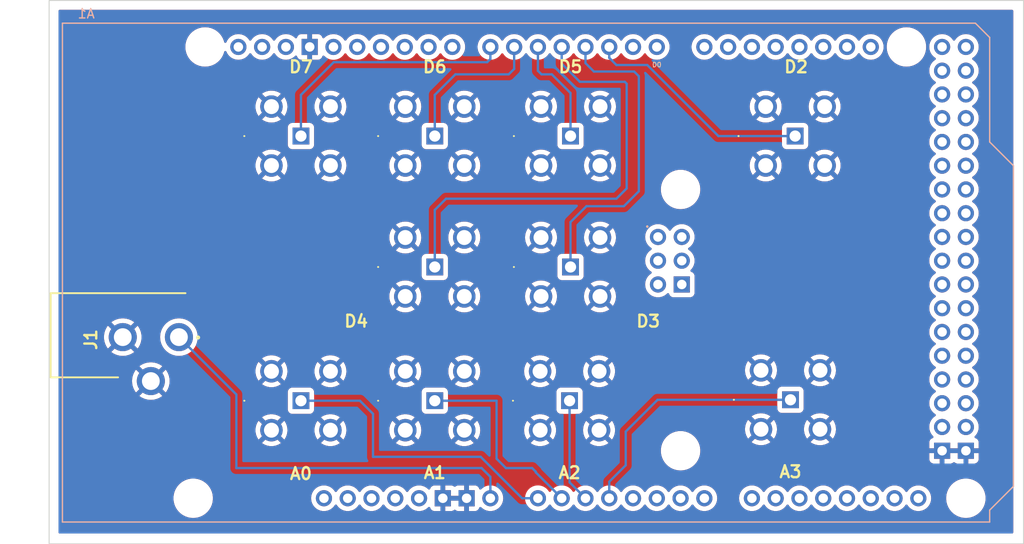
<source format=kicad_pcb>
(kicad_pcb (version 20211014) (generator pcbnew)

  (general
    (thickness 1.6)
  )

  (paper "A4")
  (layers
    (0 "F.Cu" signal)
    (31 "B.Cu" signal)
    (32 "B.Adhes" user "B.Adhesive")
    (33 "F.Adhes" user "F.Adhesive")
    (34 "B.Paste" user)
    (35 "F.Paste" user)
    (36 "B.SilkS" user "B.Silkscreen")
    (37 "F.SilkS" user "F.Silkscreen")
    (38 "B.Mask" user)
    (39 "F.Mask" user)
    (40 "Dwgs.User" user "User.Drawings")
    (41 "Cmts.User" user "User.Comments")
    (42 "Eco1.User" user "User.Eco1")
    (43 "Eco2.User" user "User.Eco2")
    (44 "Edge.Cuts" user)
    (45 "Margin" user)
    (46 "B.CrtYd" user "B.Courtyard")
    (47 "F.CrtYd" user "F.Courtyard")
    (48 "B.Fab" user)
    (49 "F.Fab" user)
    (50 "User.1" user)
    (51 "User.2" user)
    (52 "User.3" user)
    (53 "User.4" user)
    (54 "User.5" user)
    (55 "User.6" user)
    (56 "User.7" user)
    (57 "User.8" user)
    (58 "User.9" user)
  )

  (setup
    (pad_to_mask_clearance 0)
    (pcbplotparams
      (layerselection 0x00010fc_ffffffff)
      (disableapertmacros false)
      (usegerberextensions false)
      (usegerberattributes true)
      (usegerberadvancedattributes true)
      (creategerberjobfile true)
      (svguseinch false)
      (svgprecision 6)
      (excludeedgelayer true)
      (plotframeref false)
      (viasonmask false)
      (mode 1)
      (useauxorigin false)
      (hpglpennumber 1)
      (hpglpenspeed 20)
      (hpglpendiameter 15.000000)
      (dxfpolygonmode true)
      (dxfimperialunits true)
      (dxfusepcbnewfont true)
      (psnegative false)
      (psa4output false)
      (plotreference true)
      (plotvalue true)
      (plotinvisibletext false)
      (sketchpadsonfab false)
      (subtractmaskfromsilk false)
      (outputformat 1)
      (mirror false)
      (drillshape 1)
      (scaleselection 1)
      (outputdirectory "")
    )
  )

  (net 0 "")
  (net 1 "unconnected-(A1-Pad3V3)")
  (net 2 "unconnected-(A1-Pad5V1)")
  (net 3 "unconnected-(A1-Pad5V2)")
  (net 4 "unconnected-(A1-Pad5V3)")
  (net 5 "unconnected-(A1-Pad5V4)")
  (net 6 "Net-(A1-PadA0)")
  (net 7 "Net-(A1-PadA1)")
  (net 8 "Net-(A1-PadA2)")
  (net 9 "Net-(A1-PadA3)")
  (net 10 "unconnected-(A1-PadA4)")
  (net 11 "unconnected-(A1-PadA5)")
  (net 12 "unconnected-(A1-PadA6)")
  (net 13 "unconnected-(A1-PadA7)")
  (net 14 "unconnected-(A1-PadA8)")
  (net 15 "unconnected-(A1-PadA9)")
  (net 16 "unconnected-(A1-PadA10)")
  (net 17 "unconnected-(A1-PadA11)")
  (net 18 "unconnected-(A1-PadA12)")
  (net 19 "unconnected-(A1-PadA13)")
  (net 20 "unconnected-(A1-PadA14)")
  (net 21 "unconnected-(A1-PadA15)")
  (net 22 "unconnected-(A1-PadAREF)")
  (net 23 "unconnected-(A1-PadD0)")
  (net 24 "unconnected-(A1-PadD1)")
  (net 25 "Net-(A1-PadD2)")
  (net 26 "Net-(A1-PadD3)")
  (net 27 "Net-(A1-PadD4)")
  (net 28 "Net-(A1-PadD5)")
  (net 29 "Net-(A1-PadD6)")
  (net 30 "Net-(A1-PadD7)")
  (net 31 "unconnected-(A1-PadD8)")
  (net 32 "unconnected-(A1-PadD9)")
  (net 33 "unconnected-(A1-PadD10)")
  (net 34 "unconnected-(A1-PadD11)")
  (net 35 "unconnected-(A1-PadD12)")
  (net 36 "unconnected-(A1-PadD13)")
  (net 37 "unconnected-(A1-PadD14)")
  (net 38 "unconnected-(A1-PadD15)")
  (net 39 "unconnected-(A1-PadD16)")
  (net 40 "unconnected-(A1-PadD17)")
  (net 41 "unconnected-(A1-PadD18)")
  (net 42 "unconnected-(A1-PadD19)")
  (net 43 "unconnected-(A1-PadD20)")
  (net 44 "unconnected-(A1-PadD21)")
  (net 45 "unconnected-(A1-PadD22)")
  (net 46 "unconnected-(A1-PadD23)")
  (net 47 "unconnected-(A1-PadD24)")
  (net 48 "unconnected-(A1-PadD25)")
  (net 49 "unconnected-(A1-PadD26)")
  (net 50 "unconnected-(A1-PadD27)")
  (net 51 "unconnected-(A1-PadD28)")
  (net 52 "unconnected-(A1-PadD29)")
  (net 53 "unconnected-(A1-PadD30)")
  (net 54 "unconnected-(A1-PadD31)")
  (net 55 "unconnected-(A1-PadD32)")
  (net 56 "unconnected-(A1-PadD33)")
  (net 57 "unconnected-(A1-PadD34)")
  (net 58 "unconnected-(A1-PadD35)")
  (net 59 "unconnected-(A1-PadD36)")
  (net 60 "unconnected-(A1-PadD37)")
  (net 61 "unconnected-(A1-PadD38)")
  (net 62 "unconnected-(A1-PadD39)")
  (net 63 "unconnected-(A1-PadD40)")
  (net 64 "unconnected-(A1-PadD41)")
  (net 65 "unconnected-(A1-PadD42)")
  (net 66 "unconnected-(A1-PadD43)")
  (net 67 "unconnected-(A1-PadD44)")
  (net 68 "unconnected-(A1-PadD45)")
  (net 69 "unconnected-(A1-PadD46)")
  (net 70 "unconnected-(A1-PadD47)")
  (net 71 "unconnected-(A1-PadD48)")
  (net 72 "unconnected-(A1-PadD49)")
  (net 73 "unconnected-(A1-PadD50)")
  (net 74 "unconnected-(A1-PadD51)")
  (net 75 "unconnected-(A1-PadD52)")
  (net 76 "unconnected-(A1-PadD53)")
  (net 77 "GND")
  (net 78 "unconnected-(A1-PadIORF)")
  (net 79 "unconnected-(A1-PadMISO)")
  (net 80 "unconnected-(A1-PadMOSI)")
  (net 81 "unconnected-(A1-PadRST1)")
  (net 82 "unconnected-(A1-PadRST2)")
  (net 83 "unconnected-(A1-PadSCK)")
  (net 84 "unconnected-(A1-PadSCL)")
  (net 85 "unconnected-(A1-PadSDA)")
  (net 86 "+12V")
  (net 87 "unconnected-(A1-PadGND4)")

  (footprint "CONNBNC001_vertical:CONBNC001" (layer "F.Cu") (at 153.7 69.5))

  (footprint "CONNBNC001_vertical:CONBNC001" (layer "F.Cu") (at 124.9 55.5))

  (footprint "Barrel Power Jack Adapter:PJ-102AH" (layer "F.Cu") (at 108.865075 81.3 90))

  (footprint "CONNBNC001_vertical:CONBNC001" (layer "F.Cu") (at 153.7 55.5))

  (footprint "CONNBNC001_vertical:CONBNC001" (layer "F.Cu") (at 124.9 83.8))

  (footprint "Arduino:Arduino_Mega2560_R3_Shield" (layer "F.Cu") (at 99.419 96.769237))

  (footprint "CONNBNC001_vertical:CONBNC001" (layer "F.Cu") (at 153.6 83.8))

  (footprint "CONNBNC001_vertical:CONBNC001" (layer "F.Cu") (at 139.2 55.5))

  (footprint "CONNBNC001_vertical:CONBNC001" (layer "F.Cu") (at 177.2 83.7))

  (footprint "CONNBNC001_vertical:CONBNC001" (layer "F.Cu") (at 139.2 83.8))

  (footprint "CONNBNC001_vertical:CONBNC001" (layer "F.Cu") (at 139.2 69.5))

  (footprint "CONNBNC001_vertical:CONBNC001" (layer "F.Cu") (at 177.7 55.5))

  (gr_rect (start 98 41) (end 202.1 99.1) (layer "Edge.Cuts") (width 0.1) (fill none) (tstamp 67164f58-e58d-4810-8a76-6b00a582a63f))

  (segment (start 131.2 83.8) (end 132.6 85.2) (width 0.25) (layer "B.Cu") (net 6) (tstamp 0f70ab92-9a22-4ec0-8e2f-f5440eae2895))
  (segment (start 132.6 85.2) (end 132.6 89.8) (width 0.25) (layer "B.Cu") (net 6) (tstamp 27b4e0ec-6aa1-4804-ba51-377000f6901a))
  (segment (start 124.9 83.8) (end 131.2 83.8) (width 0.25) (layer "B.Cu") (net 6) (tstamp 2ec86c72-8665-4144-a600-87fb242f8ec5))
  (segment (start 144.1 89.8) (end 148.529237 94.229237) (width 0.25) (layer "B.Cu") (net 6) (tstamp 5e423f9b-4d65-426c-a552-667182a6920e))
  (segment (start 148.529237 94.229237) (end 150.219 94.229237) (width 0.25) (layer "B.Cu") (net 6) (tstamp cdaa62cd-22d7-4bc6-bf7b-279e4730b6cd))
  (segment (start 132.6 89.8) (end 144.1 89.8) (width 0.25) (layer "B.Cu") (net 6) (tstamp d7de8303-b6cb-460a-99cd-cf1d43a7bebd))
  (segment (start 146.8 91) (end 145.8 90) (width 0.25) (layer "B.Cu") (net 7) (tstamp 0e2dda68-2b8a-4690-afa0-020f1166b75a))
  (segment (start 149.6 91) (end 146.8 91) (width 0.25) (layer "B.Cu") (net 7) (tstamp 19255041-42d2-4f15-bfa6-d287114ddcbc))
  (segment (start 152.759 94.229237) (end 150 91.470237) (width 0.25) (layer "B.Cu") (net 7) (tstamp 226116bb-32e3-462a-b505-fc59207a8706))
  (segment (start 150 91.4) (end 149.6 91) (width 0.25) (layer "B.Cu") (net 7) (tstamp 5ed89311-b99f-4274-b2fc-873bcc40b0e5))
  (segment (start 145.8 83.8) (end 139.2 83.8) (width 0.25) (layer "B.Cu") (net 7) (tstamp 646a6873-ee8b-4177-9958-c6a702b0d2b4))
  (segment (start 145.8 90) (end 145.8 83.8) (width 0.25) (layer "B.Cu") (net 7) (tstamp 8c6e4920-9cc5-4bd4-b811-53f6ca93154f))
  (segment (start 150 91.470237) (end 150 91.4) (width 0.25) (layer "B.Cu") (net 7) (tstamp c59c4b56-a870-46d6-82de-b28fba0987fa))
  (segment (start 153.6 83.8) (end 153.6 92.530237) (width 0.25) (layer "B.Cu") (net 8) (tstamp 807bf8f7-dad1-40e3-8a08-5dd116b08b45))
  (segment (start 153.6 92.530237) (end 155.299 94.229237) (width 0.25) (layer "B.Cu") (net 8) (tstamp ef665209-a317-4f36-abdb-0151ac7ab6aa))
  (segment (start 157.839 92.461) (end 157.839 94.229237) (width 0.25) (layer "B.Cu") (net 9) (tstamp 124ebf02-35cf-4cf6-ba08-5c8b2ae210a7))
  (segment (start 159.6 87.1) (end 159.6 90.7) (width 0.25) (layer "B.Cu") (net 9) (tstamp 1fc63551-2486-4981-b270-22f1fceec4f5))
  (segment (start 177.2 83.7) (end 163 83.7) (width 0.25) (layer "B.Cu") (net 9) (tstamp 9cd79c3d-c3f1-4995-bc53-f557f7a54db8))
  (segment (start 159.6 90.7) (end 157.839 92.461) (width 0.25) (layer "B.Cu") (net 9) (tstamp b1272c97-9451-4c4c-86d8-ccca16e63b20))
  (segment (start 163 83.7) (end 159.6 87.1) (width 0.25) (layer "B.Cu") (net 9) (tstamp f46bf604-f151-4a84-9a91-6653b4da2042))
  (segment (start 169.5 55.5) (end 161.9 47.9) (width 0.25) (layer "B.Cu") (net 25) (tstamp 4b700d7a-9627-496e-ae62-2d4b65637e15))
  (segment (start 161.9 47.9) (end 158.6 47.9) (width 0.25) (layer "B.Cu") (net 25) (tstamp 4f114a96-ed00-40ae-8e1e-e26ba46b145f))
  (segment (start 157.839 47.139) (end 157.839 45.969237) (width 0.25) (layer "B.Cu") (net 25) (tstamp 7b5b21e7-7b67-4255-96ed-c24e67155b18))
  (segment (start 158.6 47.9) (end 157.839 47.139) (width 0.25) (layer "B.Cu") (net 25) (tstamp 7c1bed6c-160f-4737-981e-012c6970b9b0))
  (segment (start 177.7 55.5) (end 169.5 55.5) (width 0.25) (layer "B.Cu") (net 25) (tstamp 9efce8e0-ee4f-4611-a1ed-bc11585ef872))
  (segment (start 153.7 69.5) (end 153.7 64.7) (width 0.25) (layer "B.Cu") (net 26) (tstamp 0a795ee6-56e9-49b0-9499-fb57ec9eca7b))
  (segment (start 153.7 64.7) (end 155.4 63) (width 0.25) (layer "B.Cu") (net 26) (tstamp 3c591500-56c9-47ff-937d-08e01725c4ae))
  (segment (start 161 49.1) (end 160.5 48.6) (width 0.25) (layer "B.Cu") (net 26) (tstamp 3dc67ad3-d375-4b9c-831d-a5cc15085edf))
  (segment (start 155.4 63) (end 159.4 63) (width 0.25) (layer "B.Cu") (net 26) (tstamp 4db407cd-4c8b-4a20-9e97-811ced9d4f70))
  (segment (start 159.4 63) (end 161 61.4) (width 0.25) (layer "B.Cu") (net 26) (tstamp 61b4edf3-525a-4df5-ab66-41839b443630))
  (segment (start 161 61.4) (end 161 49.1) (width 0.25) (layer "B.Cu") (net 26) (tstamp 699ef46e-1045-431f-8158-2cb372d26ef1))
  (segment (start 160.5 48.6) (end 156.2 48.6) (width 0.25) (layer "B.Cu") (net 26) (tstamp ac5dbbb6-c7a6-42aa-899e-ad39b415a7ea))
  (segment (start 156.2 48.6) (end 155.299 47.699) (width 0.25) (layer "B.Cu") (net 26) (tstamp c9f8cea6-5838-4933-97e9-86be9ce27324))
  (segment (start 155.299 47.699) (end 155.299 45.969237) (width 0.25) (layer "B.Cu") (net 26) (tstamp e784246c-329f-40e8-816f-a2d6157a1194))
  (segment (start 140.4 62.2) (end 139.2 63.4) (width 0.25) (layer "B.Cu") (net 27) (tstamp 0ed56c79-b479-4c77-8e29-5a85c4f4165f))
  (segment (start 152.759 45.969237) (end 152.759 47.759) (width 0.25) (layer "B.Cu") (net 27) (tstamp 43330c99-b6af-41b8-9656-fb329dfedea6))
  (segment (start 139.2 63.4) (end 139.2 69.5) (width 0.25) (layer "B.Cu") (net 27) (tstamp 4585dfe1-a33c-4615-884d-8e4f8546d68e))
  (segment (start 152.759 47.759) (end 154.7 49.7) (width 0.25) (layer "B.Cu") (net 27) (tstamp 8830e90c-ffbd-4ff9-a8c9-ca76756e61c2))
  (segment (start 154.7 49.7) (end 159.5 49.7) (width 0.25) (layer "B.Cu") (net 27) (tstamp 9b44fad0-63bb-42df-826a-cc45abf93205))
  (segment (start 159.7 49.9) (end 159.7 61.1) (width 0.25) (layer "B.Cu") (net 27) (tstamp b33d5e3f-a745-45c9-81b9-fdb31354b008))
  (segment (start 159.5 49.7) (end 159.7 49.9) (width 0.25) (layer "B.Cu") (net 27) (tstamp b4899abb-3df1-41cd-b65c-1900f98e449e))
  (segment (start 158.6 62.2) (end 140.4 62.2) (width 0.25) (layer "B.Cu") (net 27) (tstamp d712770a-ac6c-41c2-b485-41d62bc72ba1))
  (segment (start 159.7 61.1) (end 158.6 62.2) (width 0.25) (layer "B.Cu") (net 27) (tstamp e7a3db51-a3cd-4e12-acff-5460422fcf17))
  (segment (start 153.7 55.5) (end 153.7 50.9) (width 0.25) (layer "B.Cu") (net 28) (tstamp 5a54d13f-5d4d-4e37-b70f-255587afdf5d))
  (segment (start 151.7 48.9) (end 150.6 48.9) (width 0.25) (layer "B.Cu") (net 28) (tstamp 8d1677e7-6c5e-4b84-b362-74acf9814553))
  (segment (start 153.7 50.9) (end 151.7 48.9) (width 0.25) (layer "B.Cu") (net 28) (tstamp 970eb401-dd6f-4e79-a342-084c92d9a3aa))
  (segment (start 150.219 48.519) (end 150.219 45.969237) (width 0.25) (layer "B.Cu") (net 28) (tstamp c38f1805-e289-4a1d-b48a-67ea36c9965d))
  (segment (start 150.6 48.9) (end 150.219 48.519) (width 0.25) (layer "B.Cu") (net 28) (tstamp ed2eacf7-416a-4065-9698-160879ea694f))
  (segment (start 147.1 48.9) (end 147.679 48.321) (width 0.25) (layer "B.Cu") (net 29) (tstamp 029f13e1-d7f8-47f4-840a-37d2f92901f4))
  (segment (start 139.2 51.1) (end 141.4 48.9) (width 0.25) (layer "B.Cu") (net 29) (tstamp 0ed1e7c8-c6da-44f7-aa97-2f0cddaa782a))
  (segment (start 139.2 55.5) (end 139.2 51.1) (width 0.25) (layer "B.Cu") (net 29) (tstamp 215953d7-ef1e-437e-a641-0b50c9cb4a9f))
  (segment (start 141.4 48.9) (end 147.1 48.9) (width 0.25) (layer "B.Cu") (net 29) (tstamp 7907a03a-1fa1-40f2-b27c-e131b2ab06f3))
  (segment (start 147.679 48.321) (end 147.679 45.969237) (width 0.25) (layer "B.Cu") (net 29) (tstamp c135d33e-ccc1-424b-a5fc-67ac453c47ad))
  (segment (start 144.8 47.6) (end 145.139 47.261) (width 0.25) (layer "B.Cu") (net 30) (tstamp 03cb7446-26b8-4381-8d9c-2cd3152deb52))
  (segment (start 145.139 47.261) (end 145.139 45.969237) (width 0.25) (layer "B.Cu") (net 30) (tstamp 5e1b02f6-39d9-45a3-82df-ddaf3d408c30))
  (segment (start 128.4 47.6) (end 144.8 47.6) (width 0.25) (layer "B.Cu") (net 30) (tstamp 8c8d518d-2513-4238-8a5f-38adb97c3e8f))
  (segment (start 124.9 55.5) (end 124.9 51.1) (width 0.25) (layer "B.Cu") (net 30) (tstamp a575ef36-452c-4908-b31b-8c70abb9a0b7))
  (segment (start 124.9 51.1) (end 128.4 47.6) (width 0.25) (layer "B.Cu") (net 30) (tstamp f3bc88c6-e533-4ef9-8b1b-ae4851b9f553))
  (segment (start 118 91) (end 144.2 91) (width 0.25) (layer "B.Cu") (net 86) (tstamp 4ccdf506-8ebd-45dc-939e-436cab549974))
  (segment (start 111.865075 77) (end 118 83.134925) (width 0.25) (layer "B.Cu") (net 86) (tstamp 55403337-6961-4426-a6b0-314fc72bea3f))
  (segment (start 118 83.134925) (end 118 91) (width 0.25) (layer "B.Cu") (net 86) (tstamp 587f70c9-58dc-480c-83e8-342fca295b3b))
  (segment (start 145.139 91.939) (end 144.2 91) (width 0.25) (layer "B.Cu") (net 86) (tstamp 5df61fdb-4bdd-4dc1-bd4f-d7acf906db45))
  (segment (start 145.139 94.229237) (end 145.139 91.939) (width 0.25) (layer "B.Cu") (net 86) (tstamp e0e493f9-05ce-4986-9b0e-a1b875c4f3e4))

  (zone (net 77) (net_name "GND") (layers F&B.Cu) (tstamp e7b23ecc-aff9-405f-9e85-e9af2086153a) (hatch edge 0.508)
    (connect_pads (clearance 0.508))
    (min_thickness 0.254) (filled_areas_thickness no)
    (fill yes (thermal_gap 0.508) (thermal_bridge_width 0.508))
    (polygon
      (pts
        (xy 201 98)
        (xy 99 98)
        (xy 99 42)
        (xy 201 42)
      )
    )
    (filled_polygon
      (layer "F.Cu")
      (pts
        (xy 200.942121 42.020002)
        (xy 200.988614 42.073658)
        (xy 201 42.126)
        (xy 201 97.874)
        (xy 200.979998 97.942121)
        (xy 200.926342 97.988614)
        (xy 200.874 98)
        (xy 99.126 98)
        (xy 99.057879 97.979998)
        (xy 99.011386 97.926342)
        (xy 99 97.874)
        (xy 99 94.36194)
        (xy 111.279743 94.36194)
        (xy 111.317268 94.646971)
        (xy 111.393129 94.924273)
        (xy 111.394813 94.928221)
        (xy 111.502628 95.180987)
        (xy 111.505923 95.188713)
        (xy 111.519882 95.212036)
        (xy 111.640835 95.414134)
        (xy 111.653561 95.435398)
        (xy 111.833313 95.659765)
        (xy 112.041851 95.85766)
        (xy 112.275317 96.025423)
        (xy 112.279112 96.027432)
        (xy 112.279113 96.027433)
        (xy 112.300869 96.038952)
        (xy 112.529392 96.159949)
        (xy 112.799373 96.258748)
        (xy 113.080264 96.319992)
        (xy 113.108841 96.322241)
        (xy 113.303282 96.337544)
        (xy 113.303291 96.337544)
        (xy 113.305739 96.337737)
        (xy 113.461271 96.337737)
        (xy 113.463407 96.337591)
        (xy 113.463418 96.337591)
        (xy 113.671548 96.323402)
        (xy 113.671554 96.323401)
        (xy 113.675825 96.32311)
        (xy 113.68002 96.322241)
        (xy 113.680022 96.322241)
        (xy 113.816584 96.29396)
        (xy 113.957342 96.264811)
        (xy 114.228343 96.168844)
        (xy 114.483812 96.036987)
        (xy 114.487313 96.034526)
        (xy 114.487317 96.034524)
        (xy 114.601418 95.954332)
        (xy 114.719023 95.871678)
        (xy 114.929622 95.675977)
        (xy 115.111713 95.453505)
        (xy 115.261927 95.208379)
        (xy 115.278118 95.171496)
        (xy 115.375757 94.949067)
        (xy 115.377483 94.945135)
        (xy 115.456244 94.668643)
        (xy 115.496751 94.384021)
        (xy 115.496845 94.366188)
        (xy 115.497739 94.195599)
        (xy 125.982609 94.195599)
        (xy 125.982906 94.200751)
        (xy 125.982906 94.200755)
        (xy 125.988618 94.299815)
        (xy 125.995597 94.420851)
        (xy 125.996734 94.425897)
        (xy 125.996735 94.425903)
        (xy 126.017984 94.520189)
        (xy 126.0452 94.640957)
        (xy 126.047142 94.645739)
        (xy 126.047143 94.645743)
        (xy 126.083822 94.736072)
        (xy 126.130086 94.850006)
        (xy 126.247975 95.042384)
        (xy 126.395702 95.212924)
        (xy 126.569299 95.357047)
        (xy 126.573751 95.359649)
        (xy 126.573756 95.359652)
        (xy 126.709107 95.438745)
        (xy 126.764103 95.470882)
        (xy 126.974884 95.551371)
        (xy 126.979952 95.552402)
        (xy 126.979955 95.552403)
        (xy 127.088404 95.574467)
        (xy 127.195981 95.596354)
        (xy 127.201156 95.596544)
        (xy 127.201158 95.596544)
        (xy 127.416292 95.604433)
        (xy 127.416296 95.604433)
        (xy 127.421456 95.604622)
        (xy 127.426576 95.603966)
        (xy 127.426578 95.603966)
        (xy 127.49702 95.594942)
        (xy 127.645253 95.575953)
        (xy 127.650202 95.574468)
        (xy 127.650208 95.574467)
        (xy 127.856413 95.512602)
        (xy 127.856412 95.512602)
        (xy 127.861363 95.511117)
        (xy 127.978964 95.453505)
        (xy 128.059331 95.414134)
        (xy 128.059336 95.414131)
        (xy 128.063982 95.411855)
        (xy 128.068192 95.408852)
        (xy 128.068197 95.408849)
        (xy 128.243455 95.283838)
        (xy 128.243459 95.283834)
        (xy 128.247667 95.280833)
        (xy 128.407487 95.12157)
        (xy 128.52837 94.953344)
        (xy 128.584364 94.909696)
        (xy 128.655068 94.90325)
        (xy 128.718032 94.936053)
        (xy 128.738125 94.961036)
        (xy 128.785275 95.03798)
        (xy 128.785279 95.037985)
        (xy 128.787975 95.042384)
        (xy 128.935702 95.212924)
        (xy 129.109299 95.357047)
        (xy 129.113751 95.359649)
        (xy 129.113756 95.359652)
        (xy 129.249107 95.438745)
        (xy 129.304103 95.470882)
        (xy 129.514884 95.551371)
        (xy 129.519952 95.552402)
        (xy 129.519955 95.552403)
        (xy 129.628404 95.574467)
        (xy 129.735981 95.596354)
        (xy 129.741156 95.596544)
        (xy 129.741158 95.596544)
        (xy 129.956292 95.604433)
        (xy 129.956296 95.604433)
        (xy 129.961456 95.604622)
        (xy 129.966576 95.603966)
        (xy 129.966578 95.603966)
        (xy 130.03702 95.594942)
        (xy 130.185253 95.575953)
        (xy 130.190202 95.574468)
        (xy 130.190208 95.574467)
        (xy 130.396413 95.512602)
        (xy 130.396412 95.512602)
        (xy 130.401363 95.511117)
        (xy 130.518964 95.453505)
        (xy 130.599331 95.414134)
        (xy 130.599336 95.414131)
        (xy 130.603982 95.411855)
        (xy 130.608192 95.408852)
        (xy 130.608197 95.408849)
        (xy 130.783455 95.283838)
        (xy 130.783459 95.283834)
        (xy 130.787667 95.280833)
        (xy 130.947487 95.12157)
        (xy 131.06837 94.953344)
        (xy 131.124364 94.909696)
        (xy 131.195068 94.90325)
        (xy 131.258032 94.936053)
        (xy 131.278125 94.961036)
        (xy 131.325275 95.03798)
        (xy 131.325279 95.037985)
        (xy 131.327975 95.042384)
        (xy 131.475702 95.212924)
        (xy 131.649299 95.357047)
        (xy 131.653751 95.359649)
        (xy 131.653756 95.359652)
        (xy 131.789107 95.438745)
        (xy 131.844103 95.470882)
        (xy 132.054884 95.551371)
        (xy 132.059952 95.552402)
        (xy 132.059955 95.552403)
        (xy 132.168404 95.574467)
        (xy 132.275981 95.596354)
        (xy 132.281156 95.596544)
        (xy 132.281158 95.596544)
        (xy 132.496292 95.604433)
        (xy 132.496296 95.604433)
        (xy 132.501456 95.604622)
        (xy 132.506576 95.603966)
        (xy 132.506578 95.603966)
        (xy 132.57702 95.594942)
        (xy 132.725253 95.575953)
        (xy 132.730202 95.574468)
        (xy 132.730208 95.574467)
        (xy 132.936413 95.512602)
        (xy 132.936412 95.512602)
        (xy 132.941363 95.511117)
        (xy 133.058964 95.453505)
        (xy 133.139331 95.414134)
        (xy 133.139336 95.414131)
        (xy 133.143982 95.411855)
        (xy 133.148192 95.408852)
        (xy 133.148197 95.408849)
        (xy 133.323455 95.283838)
        (xy 133.323459 95.283834)
        (xy 133.327667 95.280833)
        (xy 133.487487 95.12157)
        (xy 133.60837 94.953344)
        (xy 133.664364 94.909696)
        (xy 133.735068 94.90325)
        (xy 133.798032 94.936053)
        (xy 133.818125 94.961036)
        (xy 133.865275 95.03798)
        (xy 133.865279 95.037985)
        (xy 133.867975 95.042384)
        (xy 134.015702 95.212924)
        (xy 134.189299 95.357047)
        (xy 134.193751 95.359649)
        (xy 134.193756 95.359652)
        (xy 134.329107 95.438745)
        (xy 134.384103 95.470882)
        (xy 134.594884 95.551371)
        (xy 134.599952 95.552402)
        (xy 134.599955 95.552403)
        (xy 134.708404 95.574467)
        (xy 134.815981 95.596354)
        (xy 134.821156 95.596544)
        (xy 134.821158 95.596544)
        (xy 135.036292 95.604433)
        (xy 135.036296 95.604433)
        (xy 135.041456 95.604622)
        (xy 135.046576 95.603966)
        (xy 135.046578 95.603966)
        (xy 135.11702 95.594942)
        (xy 135.265253 95.575953)
        (xy 135.270202 95.574468)
        (xy 135.270208 95.574467)
        (xy 135.476413 95.512602)
        (xy 135.476412 95.512602)
        (xy 135.481363 95.511117)
        (xy 135.598964 95.453505)
        (xy 135.679331 95.414134)
        (xy 135.679336 95.414131)
        (xy 135.683982 95.411855)
        (xy 135.688192 95.408852)
        (xy 135.688197 95.408849)
        (xy 135.863455 95.283838)
        (xy 135.863459 95.283834)
        (xy 135.867667 95.280833)
        (xy 136.027487 95.12157)
        (xy 136.14837 94.953344)
        (xy 136.204364 94.909696)
        (xy 136.275068 94.90325)
        (xy 136.338032 94.936053)
        (xy 136.358125 94.961036)
        (xy 136.405275 95.03798)
        (xy 136.405279 95.037985)
        (xy 136.407975 95.042384)
        (xy 136.555702 95.212924)
        (xy 136.729299 95.357047)
        (xy 136.733751 95.359649)
        (xy 136.733756 95.359652)
        (xy 136.869107 95.438745)
        (xy 136.924103 95.470882)
        (xy 137.134884 95.551371)
        (xy 137.139952 95.552402)
        (xy 137.139955 95.552403)
        (xy 137.248404 95.574467)
        (xy 137.355981 95.596354)
        (xy 137.361156 95.596544)
        (xy 137.361158 95.596544)
        (xy 137.576292 95.604433)
        (xy 137.576296 95.604433)
        (xy 137.581456 95.604622)
        (xy 137.586576 95.603966)
        (xy 137.586578 95.603966)
        (xy 137.65702 95.594942)
        (xy 137.805253 95.575953)
        (xy 137.810202 95.574468)
        (xy 137.810208 95.574467)
        (xy 138.016413 95.512602)
        (xy 138.016412 95.512602)
        (xy 138.021363 95.511117)
        (xy 138.138964 95.453505)
        (xy 138.219331 95.414134)
        (xy 138.219336 95.414131)
        (xy 138.223982 95.411855)
        (xy 138.228192 95.408852)
        (xy 138.228197 95.408849)
        (xy 138.403455 95.283838)
        (xy 138.403459 95.283834)
        (xy 138.407667 95.280833)
        (xy 138.4893 95.199485)
        (xy 138.499106 95.189713)
        (xy 138.561478 95.155797)
        (xy 138.632285 95.160985)
        (xy 138.689046 95.203631)
        (xy 138.706028 95.234734)
        (xy 138.742076 95.330891)
        (xy 138.750614 95.346486)
        (xy 138.827115 95.448561)
        (xy 138.839676 95.461122)
        (xy 138.941751 95.537623)
        (xy 138.957346 95.546161)
        (xy 139.077794 95.591315)
        (xy 139.093049 95.594942)
        (xy 139.143914 95.600468)
        (xy 139.150728 95.600837)
        (xy 139.786885 95.600837)
        (xy 139.802124 95.596362)
        (xy 139.803329 95.594972)
        (xy 139.805 95.587289)
        (xy 139.805 95.582721)
        (xy 140.313 95.582721)
        (xy 140.317475 95.59796)
        (xy 140.318865 95.599165)
        (xy 140.326548 95.600836)
        (xy 140.967269 95.600836)
        (xy 140.97409 95.600466)
        (xy 141.024952 95.594942)
        (xy 141.040204 95.591316)
        (xy 141.160654 95.546161)
        (xy 141.176248 95.537623)
        (xy 141.253435 95.479775)
        (xy 141.319941 95.454927)
        (xy 141.389324 95.46998)
        (xy 141.404565 95.479775)
        (xy 141.481752 95.537623)
        (xy 141.497346 95.546161)
        (xy 141.617794 95.591315)
        (xy 141.633049 95.594942)
        (xy 141.683914 95.600468)
        (xy 141.690728 95.600837)
        (xy 142.326885 95.600837)
        (xy 142.342124 95.596362)
        (xy 142.343329 95.594972)
        (xy 142.345 95.587289)
        (xy 142.345 95.582721)
        (xy 142.853 95.582721)
        (xy 142.857475 95.59796)
        (xy 142.858865 95.599165)
        (xy 142.866548 95.600836)
        (xy 143.507269 95.600836)
        (xy 143.51409 95.600466)
        (xy 143.564952 95.594942)
        (xy 143.580204 95.591316)
        (xy 143.700654 95.546161)
        (xy 143.716249 95.537623)
        (xy 143.818324 95.461122)
        (xy 143.830885 95.448561)
        (xy 143.907386 95.346486)
        (xy 143.915924 95.330891)
        (xy 143.950841 95.237752)
        (xy 143.993483 95.180987)
        (xy 144.060045 95.156288)
        (xy 144.129394 95.171496)
        (xy 144.16406 95.199484)
        (xy 144.175702 95.212924)
        (xy 144.349299 95.357047)
        (xy 144.353751 95.359649)
        (xy 144.353756 95.359652)
        (xy 144.489107 95.438745)
        (xy 144.544103 95.470882)
        (xy 144.754884 95.551371)
        (xy 144.759952 95.552402)
        (xy 144.759955 95.552403)
        (xy 144.868404 95.574467)
        (xy 144.975981 95.596354)
        (xy 144.981156 95.596544)
        (xy 144.981158 95.596544)
        (xy 145.196292 95.604433)
        (xy 145.196296 95.604433)
        (xy 145.201456 95.604622)
        (xy 145.206576 95.603966)
        (xy 145.206578 95.603966)
        (xy 145.27702 95.594942)
        (xy 145.425253 95.575953)
        (xy 145.430202 95.574468)
        (xy 145.430208 95.574467)
        (xy 145.636413 95.512602)
        (xy 145.636412 95.512602)
        (xy 145.641363 95.511117)
        (xy 145.758964 95.453505)
        (xy 145.839331 95.414134)
        (xy 145.839336 95.414131)
        (xy 145.843982 95.411855)
        (xy 145.848192 95.408852)
        (xy 145.848197 95.408849)
        (xy 146.023455 95.283838)
        (xy 146.023459 95.283834)
        (xy 146.027667 95.280833)
        (xy 146.187487 95.12157)
        (xy 146.31915 94.938342)
        (xy 146.419118 94.736072)
        (xy 146.484708 94.520189)
        (xy 146.502635 94.384021)
        (xy 146.513721 94.299815)
        (xy 146.513722 94.299809)
        (xy 146.514158 94.296493)
        (xy 146.515802 94.229237)
        (xy 146.513037 94.195599)
        (xy 148.842609 94.195599)
        (xy 148.842906 94.200751)
        (xy 148.842906 94.200755)
        (xy 148.848618 94.299815)
        (xy 148.855597 94.420851)
        (xy 148.856734 94.425897)
        (xy 148.856735 94.425903)
        (xy 148.877984 94.520189)
        (xy 148.9052 94.640957)
        (xy 148.907142 94.645739)
        (xy 148.907143 94.645743)
        (xy 148.943822 94.736072)
        (xy 148.990086 94.850006)
        (xy 149.107975 95.042384)
        (xy 149.255702 95.212924)
        (xy 149.429299 95.357047)
        (xy 149.433751 95.359649)
        (xy 149.433756 95.359652)
        (xy 149.569107 95.438745)
        (xy 149.624103 95.470882)
        (xy 149.834884 95.551371)
        (xy 149.839952 95.552402)
        (xy 149.839955 95.552403)
        (xy 149.948404 95.574467)
        (xy 150.055981 95.596354)
        (xy 150.061156 95.596544)
        (xy 150.061158 95.596544)
        (xy 150.276292 95.604433)
        (xy 150.276296 95.604433)
        (xy 150.281456 95.604622)
        (xy 150.286576 95.603966)
        (xy 150.286578 95.603966)
        (xy 150.35702 95.594942)
        (xy 150.505253 95.575953)
        (xy 150.510202 95.574468)
        (xy 150.510208 95.574467)
        (xy 150.716413 95.512602)
        (xy 150.716412 95.512602)
        (xy 150.721363 95.511117)
        (xy 150.838964 95.453505)
        (xy 150.919331 95.414134)
        (xy 150.919336 95.414131)
        (xy 150.923982 95.411855)
        (xy 150.928192 95.408852)
        (xy 150.928197 95.408849)
        (xy 151.103455 95.283838)
        (xy 151.103459 95.283834)
        (xy 151.107667 95.280833)
        (xy 151.267487 95.12157)
        (xy 151.38837 94.953344)
        (xy 151.444364 94.909696)
        (xy 151.515068 94.90325)
        (xy 151.578032 94.936053)
        (xy 151.598125 94.961036)
        (xy 151.645275 95.03798)
        (xy 151.645279 95.037985)
        (xy 151.647975 95.042384)
        (xy 151.795702 95.212924)
        (xy 151.969299 95.357047)
        (xy 151.973751 95.359649)
        (xy 151.973756 95.359652)
        (xy 152.109107 95.438745)
        (xy 152.164103 95.470882)
        (xy 152.374884 95.551371)
        (xy 152.379952 95.552402)
        (xy 152.379955 95.552403)
        (xy 152.488404 95.574467)
        (xy 152.595981 95.596354)
        (xy 152.601156 95.596544)
        (xy 152.601158 95.596544)
        (xy 152.816292 95.604433)
        (xy 152.816296 95.604433)
        (xy 152.821456 95.604622)
        (xy 152.826576 95.603966)
        (xy 152.826578 95.603966)
        (xy 152.89702 95.594942)
        (xy 153.045253 95.575953)
        (xy 153.050202 95.574468)
        (xy 153.050208 95.574467)
        (xy 153.256413 95.512602)
        (xy 153.256412 95.512602)
        (xy 153.261363 95.511117)
        (xy 153.378964 95.453505)
        (xy 153.459331 95.414134)
        (xy 153.459336 95.414131)
        (xy 153.463982 95.411855)
        (xy 153.468192 95.408852)
        (xy 153.468197 95.408849)
        (xy 153.643455 95.283838)
        (xy 153.643459 95.283834)
        (xy 153.647667 95.280833)
        (xy 153.807487 95.12157)
        (xy 153.92837 94.953344)
        (xy 153.984364 94.909696)
        (xy 154.055068 94.90325)
        (xy 154.118032 94.936053)
        (xy 154.138125 94.961036)
        (xy 154.185275 95.03798)
        (xy 154.185279 95.037985)
        (xy 154.187975 95.042384)
        (xy 154.335702 95.212924)
        (xy 154.509299 95.357047)
        (xy 154.513751 95.359649)
        (xy 154.513756 95.359652)
        (xy 154.649107 95.438745)
        (xy 154.704103 95.470882)
        (xy 154.914884 95.551371)
        (xy 154.919952 95.552402)
        (xy 154.919955 95.552403)
        (xy 155.028404 95.574467)
        (xy 155.135981 95.596354)
        (xy 155.141156 95.596544)
        (xy 155.141158 95.596544)
        (xy 155.356292 95.604433)
        (xy 155.356296 95.604433)
        (xy 155.361456 95.604622)
        (xy 155.366576 95.603966)
        (xy 155.366578 95.603966)
        (xy 155.43702 95.594942)
        (xy 155.585253 95.575953)
        (xy 155.590202 95.574468)
        (xy 155.590208 95.574467)
        (xy 155.796413 95.512602)
        (xy 155.796412 95.512602)
        (xy 155.801363 95.511117)
        (xy 155.918964 95.453505)
        (xy 155.999331 95.414134)
        (xy 155.999336 95.414131)
        (xy 156.003982 95.411855)
        (xy 156.008192 95.408852)
        (xy 156.008197 95.408849)
        (xy 156.183455 95.283838)
        (xy 156.183459 95.283834)
        (xy 156.187667 95.280833)
        (xy 156.347487 95.12157)
        (xy 156.46837 94.953344)
        (xy 156.524364 94.909696)
        (xy 156.595068 94.90325)
        (xy 156.658032 94.936053)
        (xy 156.678125 94.961036)
        (xy 156.725275 95.03798)
        (xy 156.725279 95.037985)
        (xy 156.727975 95.042384)
        (xy 156.875702 95.212924)
        (xy 157.049299 95.357047)
        (xy 157.053751 95.359649)
        (xy 157.053756 95.359652)
        (xy 157.189107 95.438745)
        (xy 157.244103 95.470882)
        (xy 157.454884 95.551371)
        (xy 157.459952 95.552402)
        (xy 157.459955 95.552403)
        (xy 157.568404 95.574467)
        (xy 157.675981 95.596354)
        (xy 157.681156 95.596544)
        (xy 157.681158 95.596544)
        (xy 157.896292 95.604433)
        (xy 157.896296 95.604433)
        (xy 157.901456 95.604622)
        (xy 157.906576 95.603966)
        (xy 157.906578 95.603966)
        (xy 157.97702 95.594942)
        (xy 158.125253 95.575953)
        (xy 158.130202 95.574468)
        (xy 158.130208 95.574467)
        (xy 158.336413 95.512602)
        (xy 158.336412 95.512602)
        (xy 158.341363 95.511117)
        (xy 158.458964 95.453505)
        (xy 158.539331 95.414134)
        (xy 158.539336 95.414131)
        (xy 158.543982 95.411855)
        (xy 158.548192 95.408852)
        (xy 158.548197 95.408849)
        (xy 158.723455 95.283838)
        (xy 158.723459 95.283834)
        (xy 158.727667 95.280833)
        (xy 158.887487 95.12157)
        (xy 159.00837 94.953344)
        (xy 159.064364 94.909696)
        (xy 159.135068 94.90325)
        (xy 159.198032 94.936053)
        (xy 159.218125 94.961036)
        (xy 159.265275 95.03798)
        (xy 159.265279 95.037985)
        (xy 159.267975 95.042384)
        (xy 159.415702 95.212924)
        (xy 159.589299 95.357047)
        (xy 159.593751 95.359649)
        (xy 159.593756 95.359652)
        (xy 159.729107 95.438745)
        (xy 159.784103 95.470882)
        (xy 159.994884 95.551371)
        (xy 159.999952 95.552402)
        (xy 159.999955 95.552403)
        (xy 160.108404 95.574467)
        (xy 160.215981 95.596354)
        (xy 160.221156 95.596544)
        (xy 160.221158 95.596544)
        (xy 160.436292 95.604433)
        (xy 160.436296 95.604433)
        (xy 160.441456 95.604622)
        (xy 160.446576 95.603966)
        (xy 160.446578 95.603966)
        (xy 160.51702 95.594942)
        (xy 160.665253 95.575953)
        (xy 160.670202 95.574468)
        (xy 160.670208 95.574467)
        (xy 160.876413 95.512602)
        (xy 160.876412 95.512602)
        (xy 160.881363 95.511117)
        (xy 160.998964 95.453505)
        (xy 161.079331 95.414134)
        (xy 161.079336 95.414131)
        (xy 161.083982 95.411855)
        (xy 161.088192 95.408852)
        (xy 161.088197 95.408849)
        (xy 161.263455 95.283838)
        (xy 161.263459 95.283834)
        (xy 161.267667 95.280833)
        (xy 161.427487 95.12157)
        (xy 161.54837 94.953344)
        (xy 161.604364 94.909696)
        (xy 161.675068 94.90325)
        (xy 161.738032 94.936053)
        (xy 161.758125 94.961036)
        (xy 161.805275 95.03798)
        (xy 161.805279 95.037985)
        (xy 161.807975 95.042384)
        (xy 161.955702 95.212924)
        (xy 162.129299 95.357047)
        (xy 162.133751 95.359649)
        (xy 162.133756 95.359652)
        (xy 162.269107 95.438745)
        (xy 162.324103 95.470882)
        (xy 162.534884 95.551371)
        (xy 162.539952 95.552402)
        (xy 162.539955 95.552403)
        (xy 162.648404 95.574467)
        (xy 162.755981 95.596354)
        (xy 162.761156 95.596544)
        (xy 162.761158 95.596544)
        (xy 162.976292 95.604433)
        (xy 162.976296 95.604433)
        (xy 162.981456 95.604622)
        (xy 162.986576 95.603966)
        (xy 162.986578 95.603966)
        (xy 163.05702 95.594942)
        (xy 163.205253 95.575953)
        (xy 163.210202 95.574468)
        (xy 163.210208 95.574467)
        (xy 163.416413 95.512602)
        (xy 163.416412 95.512602)
        (xy 163.421363 95.511117)
        (xy 163.538964 95.453505)
        (xy 163.619331 95.414134)
        (xy 163.619336 95.414131)
        (xy 163.623982 95.411855)
        (xy 163.628192 95.408852)
        (xy 163.628197 95.408849)
        (xy 163.803455 95.283838)
        (xy 163.803459 95.283834)
        (xy 163.807667 95.280833)
        (xy 163.967487 95.12157)
        (xy 164.08837 94.953344)
        (xy 164.144364 94.909696)
        (xy 164.215068 94.90325)
        (xy 164.278032 94.936053)
        (xy 164.298125 94.961036)
        (xy 164.345275 95.03798)
        (xy 164.345279 95.037985)
        (xy 164.347975 95.042384)
        (xy 164.495702 95.212924)
        (xy 164.669299 95.357047)
        (xy 164.673751 95.359649)
        (xy 164.673756 95.359652)
        (xy 164.809107 95.438745)
        (xy 164.864103 95.470882)
        (xy 165.074884 95.551371)
        (xy 165.079952 95.552402)
        (xy 165.079955 95.552403)
        (xy 165.188404 95.574467)
        (xy 165.295981 95.596354)
        (xy 165.301156 95.596544)
        (xy 165.301158 95.596544)
        (xy 165.516292 95.604433)
        (xy 165.516296 95.604433)
        (xy 165.521456 95.604622)
        (xy 165.526576 95.603966)
        (xy 165.526578 95.603966)
        (xy 165.59702 95.594942)
        (xy 165.745253 95.575953)
        (xy 165.750202 95.574468)
        (xy 165.750208 95.574467)
        (xy 165.956413 95.512602)
        (xy 165.956412 95.512602)
        (xy 165.961363 95.511117)
        (xy 166.078964 95.453505)
        (xy 166.159331 95.414134)
        (xy 166.159336 95.414131)
        (xy 166.163982 95.411855)
        (xy 166.168192 95.408852)
        (xy 166.168197 95.408849)
        (xy 166.343455 95.283838)
        (xy 166.343459 95.283834)
        (xy 166.347667 95.280833)
        (xy 166.507487 95.12157)
        (xy 166.62837 94.953344)
        (xy 166.684364 94.909696)
        (xy 166.755068 94.90325)
        (xy 166.818032 94.936053)
        (xy 166.838125 94.961036)
        (xy 166.885275 95.03798)
        (xy 166.885279 95.037985)
        (xy 166.887975 95.042384)
        (xy 167.035702 95.212924)
        (xy 167.209299 95.357047)
        (xy 167.213751 95.359649)
        (xy 167.213756 95.359652)
        (xy 167.349107 95.438745)
        (xy 167.404103 95.470882)
        (xy 167.614884 95.551371)
        (xy 167.619952 95.552402)
        (xy 167.619955 95.552403)
        (xy 167.728404 95.574467)
        (xy 167.835981 95.596354)
        (xy 167.841156 95.596544)
        (xy 167.841158 95.596544)
        (xy 168.056292 95.604433)
        (xy 168.056296 95.604433)
        (xy 168.061456 95.604622)
        (xy 168.066576 95.603966)
        (xy 168.066578 95.603966)
        (xy 168.13702 95.594942)
        (xy 168.285253 95.575953)
        (xy 168.290202 95.574468)
        (xy 168.290208 95.574467)
        (xy 168.496413 95.512602)
        (xy 168.496412 95.512602)
        (xy 168.501363 95.511117)
        (xy 168.618964 95.453505)
        (xy 168.699331 95.414134)
        (xy 168.699336 95.414131)
        (xy 168.703982 95.411855)
        (xy 168.708192 95.408852)
        (xy 168.708197 95.408849)
        (xy 168.883455 95.283838)
        (xy 168.883459 95.283834)
        (xy 168.887667 95.280833)
        (xy 169.047487 95.12157)
        (xy 169.17915 94.938342)
        (xy 169.279118 94.736072)
        (xy 169.344708 94.520189)
        (xy 169.362635 94.384021)
        (xy 169.373721 94.299815)
        (xy 169.373722 94.299809)
        (xy 169.374158 94.296493)
        (xy 169.375802 94.229237)
        (xy 169.373037 94.195599)
        (xy 171.702609 94.195599)
        (xy 171.702906 94.200751)
        (xy 171.702906 94.200755)
        (xy 171.708618 94.299815)
        (xy 171.715597 94.420851)
        (xy 171.716734 94.425897)
        (xy 171.716735 94.425903)
        (xy 171.737984 94.520189)
        (xy 171.7652 94.640957)
        (xy 171.767142 94.645739)
        (xy 171.767143 94.645743)
        (xy 171.803822 94.736072)
        (xy 171.850086 94.850006)
        (xy 171.967975 95.042384)
        (xy 172.115702 95.212924)
        (xy 172.289299 95.357047)
        (xy 172.293751 95.359649)
        (xy 172.293756 95.359652)
        (xy 172.429107 95.438745)
        (xy 172.484103 95.470882)
        (xy 172.694884 95.551371)
        (xy 172.699952 95.552402)
        (xy 172.699955 95.552403)
        (xy 172.808404 95.574467)
        (xy 172.915981 95.596354)
        (xy 172.921156 95.596544)
        (xy 172.921158 95.596544)
        (xy 173.136292 95.604433)
        (xy 173.136296 95.604433)
        (xy 173.141456 95.604622)
        (xy 173.146576 95.603966)
        (xy 173.146578 95.603966)
        (xy 173.21702 95.594942)
        (xy 173.365253 95.575953)
        (xy 173.370202 95.574468)
        (xy 173.370208 95.574467)
        (xy 173.576413 95.512602)
        (xy 173.576412 95.512602)
        (xy 173.581363 95.511117)
        (xy 173.698964 95.453505)
        (xy 173.779331 95.414134)
        (xy 173.779336 95.414131)
        (xy 173.783982 95.411855)
        (xy 173.788192 95.408852)
        (xy 173.788197 95.408849)
        (xy 173.963455 95.283838)
        (xy 173.963459 95.283834)
        (xy 173.967667 95.280833)
        (xy 174.127487 95.12157)
        (xy 174.24837 94.953344)
        (xy 174.304364 94.909696)
        (xy 174.375068 94.90325)
        (xy 174.438032 94.936053)
        (xy 174.458125 94.961036)
        (xy 174.505275 95.03798)
        (xy 174.505279 95.037985)
        (xy 174.507975 95.042384)
        (xy 174.655702 95.212924)
        (xy 174.829299 95.357047)
        (xy 174.833751 95.359649)
        (xy 174.833756 95.359652)
        (xy 174.969107 95.438745)
        (xy 175.024103 95.470882)
        (xy 175.234884 95.551371)
        (xy 175.239952 95.552402)
        (xy 175.239955 95.552403)
        (xy 175.348404 95.574467)
        (xy 175.455981 95.596354)
        (xy 175.461156 95.596544)
        (xy 175.461158 95.596544)
        (xy 175.676292 95.604433)
        (xy 175.676296 95.604433)
        (xy 175.681456 95.604622)
        (xy 175.686576 95.603966)
        (xy 175.686578 95.603966)
        (xy 175.75702 95.594942)
        (xy 175.905253 95.575953)
        (xy 175.910202 95.574468)
        (xy 175.910208 95.574467)
        (xy 176.116413 95.512602)
        (xy 176.116412 95.512602)
        (xy 176.121363 95.511117)
        (xy 176.238964 95.453505)
        (xy 176.319331 95.414134)
        (xy 176.319336 95.414131)
        (xy 176.323982 95.411855)
        (xy 176.328192 95.408852)
        (xy 176.328197 95.408849)
        (xy 176.503455 95.283838)
        (xy 176.503459 95.283834)
        (xy 176.507667 95.280833)
        (xy 176.667487 95.12157)
        (xy 176.78837 94.953344)
        (xy 176.844364 94.909696)
        (xy 176.915068 94.90325)
        (xy 176.978032 94.936053)
        (xy 176.998125 94.961036)
        (xy 177.045275 95.03798)
        (xy 177.045279 95.037985)
        (xy 177.047975 95.042384)
        (xy 177.195702 95.212924)
        (xy 177.369299 95.357047)
        (xy 177.373751 95.359649)
        (xy 177.373756 95.359652)
        (xy 177.509107 95.438745)
        (xy 177.564103 95.470882)
        (xy 177.774884 95.551371)
        (xy 177.779952 95.552402)
        (xy 177.779955 95.552403)
        (xy 177.888404 95.574467)
        (xy 177.995981 95.596354)
        (xy 178.001156 95.596544)
        (xy 178.001158 95.596544)
        (xy 178.216292 95.604433)
        (xy 178.216296 95.604433)
        (xy 178.221456 95.604622)
        (xy 178.226576 95.603966)
        (xy 178.226578 95.603966)
        (xy 178.29702 95.594942)
        (xy 178.445253 95.575953)
        (xy 178.450202 95.574468)
        (xy 178.450208 95.574467)
        (xy 178.656413 95.512602)
        (xy 178.656412 95.512602)
        (xy 178.661363 95.511117)
        (xy 178.778964 95.453505)
        (xy 178.859331 95.414134)
        (xy 178.859336 95.414131)
        (xy 178.863982 95.411855)
        (xy 178.868192 95.408852)
        (xy 178.868197 95.408849)
        (xy 179.043455 95.283838)
        (xy 179.043459 95.283834)
        (xy 179.047667 95.280833)
        (xy 179.207487 95.12157)
        (xy 179.32837 94.953344)
        (xy 179.384364 94.909696)
        (xy 179.455068 94.90325)
        (xy 179.518032 94.936053)
        (xy 179.538125 94.961036)
        (xy 179.585275 95.03798)
        (xy 179.585279 95.037985)
        (xy 179.587975 95.042384)
        (xy 179.735702 95.212924)
        (xy 179.909299 95.357047)
        (xy 179.913751 95.359649)
        (xy 179.913756 95.359652)
        (xy 180.049107 95.438745)
        (xy 180.104103 95.470882)
        (xy 180.314884 95.551371)
        (xy 180.319952 95.552402)
        (xy 180.319955 95.552403)
        (xy 180.428404 95.574467)
        (xy 180.535981 95.596354)
        (xy 180.541156 95.596544)
        (xy 180.541158 95.596544)
        (xy 180.756292 95.604433)
        (xy 180.756296 95.604433)
        (xy 180.761456 95.604622)
        (xy 180.766576 95.603966)
        (xy 180.766578 95.603966)
        (xy 180.83702 95.594942)
        (xy 180.985253 95.575953)
        (xy 180.990202 95.574468)
        (xy 180.990208 95.574467)
        (xy 181.196413 95.512602)
        (xy 181.196412 95.512602)
        (xy 181.201363 95.511117)
        (xy 181.318964 95.453505)
        (xy 181.399331 95.414134)
        (xy 181.399336 95.414131)
        (xy 181.403982 95.411855)
        (xy 181.408192 95.408852)
        (xy 181.408197 95.408849)
        (xy 181.583455 95.283838)
        (xy 181.583459 95.283834)
        (xy 181.587667 95.280833)
        (xy 181.747487 95.12157)
        (xy 181.86837 94.953344)
        (xy 181.924364 94.909696)
        (xy 181.995068 94.90325)
        (xy 182.058032 94.936053)
        (xy 182.078125 94.961036)
        (xy 182.125275 95.03798)
        (xy 182.125279 95.037985)
        (xy 182.127975 95.042384)
        (xy 182.275702 95.212924)
        (xy 182.449299 95.357047)
        (xy 182.453751 95.359649)
        (xy 182.453756 95.359652)
        (xy 182.589107 95.438745)
        (xy 182.644103 95.470882)
        (xy 182.854884 95.551371)
        (xy 182.859952 95.552402)
        (xy 182.859955 95.552403)
        (xy 182.968404 95.574467)
        (xy 183.075981 95.596354)
        (xy 183.081156 95.596544)
        (xy 183.081158 95.596544)
        (xy 183.296292 95.604433)
        (xy 183.296296 95.604433)
        (xy 183.301456 95.604622)
        (xy 183.306576 95.603966)
        (xy 183.306578 95.603966)
        (xy 183.37702 95.594942)
        (xy 183.525253 95.575953)
        (xy 183.530202 95.574468)
        (xy 183.530208 95.574467)
        (xy 183.736413 95.512602)
        (xy 183.736412 95.512602)
        (xy 183.741363 95.511117)
        (xy 183.858964 95.453505)
        (xy 183.939331 95.414134)
        (xy 183.939336 95.414131)
        (xy 183.943982 95.411855)
        (xy 183.948192 95.408852)
        (xy 183.948197 95.408849)
        (xy 184.123455 95.283838)
        (xy 184.123459 95.283834)
        (xy 184.127667 95.280833)
        (xy 184.287487 95.12157)
        (xy 184.40837 94.953344)
        (xy 184.464364 94.909696)
        (xy 184.535068 94.90325)
        (xy 184.598032 94.936053)
        (xy 184.618125 94.961036)
        (xy 184.665275 95.03798)
        (xy 184.665279 95.037985)
        (xy 184.667975 95.042384)
        (xy 184.815702 95.212924)
        (xy 184.989299 95.357047)
        (xy 184.993751 95.359649)
        (xy 184.993756 95.359652)
        (xy 185.129107 95.438745)
        (xy 185.184103 95.470882)
        (xy 185.394884 95.551371)
        (xy 185.399952 95.552402)
        (xy 185.399955 95.552403)
        (xy 185.508404 95.574467)
        (xy 185.615981 95.596354)
        (xy 185.621156 95.596544)
        (xy 185.621158 95.596544)
        (xy 185.836292 95.604433)
        (xy 185.836296 95.604433)
        (xy 185.841456 95.604622)
        (xy 185.846576 95.603966)
        (xy 185.846578 95.603966)
        (xy 185.91702 95.594942)
        (xy 186.065253 95.575953)
        (xy 186.070202 95.574468)
        (xy 186.070208 95.574467)
        (xy 186.276413 95.512602)
        (xy 186.276412 95.512602)
        (xy 186.281363 95.511117)
        (xy 186.398964 95.453505)
        (xy 186.479331 95.414134)
        (xy 186.479336 95.414131)
        (xy 186.483982 95.411855)
        (xy 186.488192 95.408852)
        (xy 186.488197 95.408849)
        (xy 186.663455 95.283838)
        (xy 186.663459 95.283834)
        (xy 186.667667 95.280833)
        (xy 186.827487 95.12157)
        (xy 186.94837 94.953344)
        (xy 187.004364 94.909696)
        (xy 187.075068 94.90325)
        (xy 187.138032 94.936053)
        (xy 187.158125 94.961036)
        (xy 187.205275 95.03798)
        (xy 187.205279 95.037985)
        (xy 187.207975 95.042384)
        (xy 187.355702 95.212924)
        (xy 187.529299 95.357047)
        (xy 187.533751 95.359649)
        (xy 187.533756 95.359652)
        (xy 187.669107 95.438745)
        (xy 187.724103 95.470882)
        (xy 187.934884 95.551371)
        (xy 187.939952 95.552402)
        (xy 187.939955 95.552403)
        (xy 188.048404 95.574467)
        (xy 188.155981 95.596354)
        (xy 188.161156 95.596544)
        (xy 188.161158 95.596544)
        (xy 188.376292 95.604433)
        (xy 188.376296 95.604433)
        (xy 188.381456 95.604622)
        (xy 188.386576 95.603966)
        (xy 188.386578 95.603966)
        (xy 188.45702 95.594942)
        (xy 188.605253 95.575953)
        (xy 188.610202 95.574468)
        (xy 188.610208 95.574467)
        (xy 188.816413 95.512602)
        (xy 188.816412 95.512602)
        (xy 188.821363 95.511117)
        (xy 188.938964 95.453505)
        (xy 189.019331 95.414134)
        (xy 189.019336 95.414131)
        (xy 189.023982 95.411855)
        (xy 189.028192 95.408852)
        (xy 189.028197 95.408849)
        (xy 189.203455 95.283838)
        (xy 189.203459 95.283834)
        (xy 189.207667 95.280833)
        (xy 189.367487 95.12157)
        (xy 189.48837 94.953344)
        (xy 189.544364 94.909696)
        (xy 189.615068 94.90325)
        (xy 189.678032 94.936053)
        (xy 189.698125 94.961036)
        (xy 189.745275 95.03798)
        (xy 189.745279 95.037985)
        (xy 189.747975 95.042384)
        (xy 189.895702 95.212924)
        (xy 190.069299 95.357047)
        (xy 190.073751 95.359649)
        (xy 190.073756 95.359652)
        (xy 190.209107 95.438745)
        (xy 190.264103 95.470882)
        (xy 190.474884 95.551371)
        (xy 190.479952 95.552402)
        (xy 190.479955 95.552403)
        (xy 190.588404 95.574467)
        (xy 190.695981 95.596354)
        (xy 190.701156 95.596544)
        (xy 190.701158 95.596544)
        (xy 190.916292 95.604433)
        (xy 190.916296 95.604433)
        (xy 190.921456 95.604622)
        (xy 190.926576 95.603966)
        (xy 190.926578 95.603966)
        (xy 190.99702 95.594942)
        (xy 191.145253 95.575953)
        (xy 191.150202 95.574468)
        (xy 191.150208 95.574467)
        (xy 191.356413 95.512602)
        (xy 191.356412 95.512602)
        (xy 191.361363 95.511117)
        (xy 191.478964 95.453505)
        (xy 191.559331 95.414134)
        (xy 191.559336 95.414131)
        (xy 191.563982 95.411855)
        (xy 191.568192 95.408852)
        (xy 191.568197 95.408849)
        (xy 191.743455 95.283838)
        (xy 191.743459 95.283834)
        (xy 191.747667 95.280833)
        (xy 191.907487 95.12157)
        (xy 192.03915 94.938342)
        (xy 192.139118 94.736072)
        (xy 192.204708 94.520189)
        (xy 192.222635 94.384021)
        (xy 192.225542 94.36194)
        (xy 193.829743 94.36194)
        (xy 193.867268 94.646971)
        (xy 193.943129 94.924273)
        (xy 193.944813 94.928221)
        (xy 194.052628 95.180987)
        (xy 194.055923 95.188713)
        (xy 194.069882 95.212036)
        (xy 194.190835 95.414134)
        (xy 194.203561 95.435398)
        (xy 194.383313 95.659765)
        (xy 194.591851 95.85766)
        (xy 194.825317 96.025423)
        (xy 194.829112 96.027432)
        (xy 194.829113 96.027433)
        (xy 194.850869 96.038952)
        (xy 195.079392 96.159949)
        (xy 195.349373 96.258748)
        (xy 195.630264 96.319992)
        (xy 195.658841 96.322241)
        (xy 195.853282 96.337544)
        (xy 195.853291 96.337544)
        (xy 195.855739 96.337737)
        (xy 196.011271 96.337737)
        (xy 196.013407 96.337591)
        (xy 196.013418 96.337591)
        (xy 196.221548 96.323402)
        (xy 196.221554 96.323401)
        (xy 196.225825 96.32311)
        (xy 196.23002 96.322241)
        (xy 196.230022 96.322241)
        (xy 196.366584 96.29396)
        (xy 196.507342 96.264811)
        (xy 196.778343 96.168844)
        (xy 197.033812 96.036987)
        (xy 197.037313 96.034526)
        (xy 197.037317 96.034524)
        (xy 197.151418 95.954332)
        (xy 197.269023 95.871678)
        (xy 197.479622 95.675977)
        (xy 197.661713 95.453505)
        (xy 197.811927 95.208379)
        (xy 197.828118 95.171496)
        (xy 197.925757 94.949067)
        (xy 197.927483 94.945135)
        (xy 198.006244 94.668643)
        (xy 198.046751 94.384021)
        (xy 198.046845 94.366188)
        (xy 198.048235 94.10082)
        (xy 198.048235 94.100813)
        (xy 198.048257 94.096534)
        (xy 198.035463 93.99935)
        (xy 198.011292 93.815759)
        (xy 198.010732 93.811503)
        (xy 197.934871 93.534201)
        (xy 197.921015 93.501716)
        (xy 197.823763 93.273713)
        (xy 197.823761 93.273709)
        (xy 197.822077 93.269761)
        (xy 197.727652 93.111988)
        (xy 197.676643 93.026758)
        (xy 197.67664 93.026754)
        (xy 197.674439 93.023076)
        (xy 197.494687 92.798709)
        (xy 197.286149 92.600814)
        (xy 197.052683 92.433051)
        (xy 197.030843 92.421487)
        (xy 197.007654 92.409209)
        (xy 196.798608 92.298525)
        (xy 196.528627 92.199726)
        (xy 196.247736 92.138482)
        (xy 196.216685 92.136038)
        (xy 196.024718 92.12093)
        (xy 196.024709 92.12093)
        (xy 196.022261 92.120737)
        (xy 195.866729 92.120737)
        (xy 195.864593 92.120883)
        (xy 195.864582 92.120883)
        (xy 195.656452 92.135072)
        (xy 195.656446 92.135073)
        (xy 195.652175 92.135364)
        (xy 195.64798 92.136233)
        (xy 195.647978 92.136233)
        (xy 195.511416 92.164514)
        (xy 195.370658 92.193663)
        (xy 195.099657 92.28963)
        (xy 194.844188 92.421487)
        (xy 194.840687 92.423948)
        (xy 194.840683 92.42395)
        (xy 194.830594 92.431041)
        (xy 194.608977 92.586796)
        (xy 194.398378 92.782497)
        (xy 194.216287 93.004969)
        (xy 194.066073 93.250095)
        (xy 194.064347 93.254028)
        (xy 194.064346 93.254029)
        (xy 194.049017 93.28895)
        (xy 193.950517 93.513339)
        (xy 193.871756 93.789831)
        (xy 193.831249 94.074453)
        (xy 193.831227 94.078742)
        (xy 193.831226 94.078749)
        (xy 193.830068 94.299815)
        (xy 193.829743 94.36194)
        (xy 192.225542 94.36194)
        (xy 192.233721 94.299815)
        (xy 192.233722 94.299809)
        (xy 192.234158 94.296493)
        (xy 192.235802 94.229237)
        (xy 192.217315 94.004369)
        (xy 192.162349 93.785541)
        (xy 192.07238 93.578628)
        (xy 192.024282 93.50428)
        (xy 191.952634 93.393528)
        (xy 191.952632 93.393525)
        (xy 191.949826 93.389188)
        (xy 191.797977 93.222308)
        (xy 191.793926 93.219109)
        (xy 191.793922 93.219105)
        (xy 191.624966 93.085671)
        (xy 191.624962 93.085669)
        (xy 191.620911 93.082469)
        (xy 191.423383 92.973428)
        (xy 191.210698 92.898113)
        (xy 191.160297 92.889135)
        (xy 190.993657 92.859451)
        (xy 190.993653 92.859451)
        (xy 190.988569 92.858545)
        (xy 190.914239 92.857637)
        (xy 190.768129 92.855852)
        (xy 190.768127 92.855852)
        (xy 190.762959 92.855789)
        (xy 190.539929 92.889917)
        (xy 190.325468 92.960014)
        (xy 190.125335 93.064197)
        (xy 190.121202 93.0673)
        (xy 190.121199 93.067302)
        (xy 190.096734 93.085671)
        (xy 189.944905 93.199667)
        (xy 189.789024 93.362787)
        (xy 189.786112 93.367056)
        (xy 189.786106 93.367064)
        (xy 189.692503 93.50428)
        (xy 189.637592 93.549283)
        (xy 189.567067 93.557454)
        (xy 189.50332 93.5262)
        (xy 189.482623 93.501716)
        (xy 189.412634 93.393528)
        (xy 189.412632 93.393525)
        (xy 189.409826 93.389188)
        (xy 189.257977 93.222308)
        (xy 189.253926 93.219109)
        (xy 189.253922 93.219105)
        (xy 189.084966 93.085671)
        (xy 189.084962 93.085669)
        (xy 189.080911 93.082469)
        (xy 188.883383 92.973428)
        (xy 188.670698 92.898113)
        (xy 188.620297 92.889135)
        (xy 188.453657 92.859451)
        (xy 188.453653 92.859451)
        (xy 188.448569 92.858545)
        (xy 188.374239 92.857637)
        (xy 188.228129 92.855852)
        (xy 188.228127 92.855852)
        (xy 188.222959 92.855789)
        (xy 187.999929 92.889917)
        (xy 187.785468 92.960014)
        (xy 187.585335 93.064197)
        (xy 187.581202 93.0673)
        (xy 187.581199 93.067302)
        (xy 187.556734 93.085671)
        (xy 187.404905 93.199667)
        (xy 187.249024 93.362787)
        (xy 187.246112 93.367056)
        (xy 187.246106 93.367064)
        (xy 187.152503 93.50428)
        (xy 187.097592 93.549283)
        (xy 187.027067 93.557454)
        (xy 186.96332 93.5262)
        (xy 186.942623 93.501716)
        (xy 186.872634 93.393528)
        (xy 186.872632 93.393525)
        (xy 186.869826 93.389188)
        (xy 186.717977 93.222308)
        (xy 186.713926 93.219109)
        (xy 186.713922 93.219105)
        (xy 186.544966 93.085671)
        (xy 186.544962 93.085669)
        (xy 186.540911 93.082469)
        (xy 186.343383 92.973428)
        (xy 186.130698 92.898113)
        (xy 186.080297 92.889135)
        (xy 185.913657 92.859451)
        (xy 185.913653 92.859451)
        (xy 185.908569 92.858545)
        (xy 185.834239 92.857637)
        (xy 185.688129 92.855852)
        (xy 185.688127 92.855852)
        (xy 185.682959 92.855789)
        (xy 185.459929 92.889917)
        (xy 185.245468 92.960014)
        (xy 185.045335 93.064197)
        (xy 185.041202 93.0673)
        (xy 185.041199 93.067302)
        (xy 185.016734 93.085671)
        (xy 184.864905 93.199667)
        (xy 184.709024 93.362787)
        (xy 184.706112 93.367056)
        (xy 184.706106 93.367064)
        (xy 184.612503 93.50428)
        (xy 184.557592 93.549283)
        (xy 184.487067 93.557454)
        (xy 184.42332 93.5262)
        (xy 184.402623 93.501716)
        (xy 184.332634 93.393528)
        (xy 184.332632 93.393525)
        (xy 184.329826 93.389188)
        (xy 184.177977 93.222308)
        (xy 184.173926 93.219109)
        (xy 184.173922 93.219105)
        (xy 184.004966 93.085671)
        (xy 184.004962 93.085669)
        (xy 184.000911 93.082469)
        (xy 183.803383 92.973428)
        (xy 183.590698 92.898113)
        (xy 183.540297 92.889135)
        (xy 183.373657 92.859451)
        (xy 183.373653 92.859451)
        (xy 183.368569 92.858545)
        (xy 183.294239 92.857637)
        (xy 183.148129 92.855852)
        (xy 183.148127 92.855852)
        (xy 183.142959 92.855789)
        (xy 182.919929 92.889917)
        (xy 182.705468 92.960014)
        (xy 182.505335 93.064197)
        (xy 182.501202 93.0673)
        (xy 182.501199 93.067302)
        (xy 182.476734 93.085671)
        (xy 182.324905 93.199667)
        (xy 182.169024 93.362787)
        (xy 182.166112 93.367056)
        (xy 182.166106 93.367064)
        (xy 182.072503 93.50428)
        (xy 182.017592 93.549283)
        (xy 181.947067 93.557454)
        (xy 181.88332 93.5262)
        (xy 181.862623 93.501716)
        (xy 181.792634 93.393528)
        (xy 181.792632 93.393525)
        (xy 181.789826 93.389188)
        (xy 181.637977 93.222308)
        (xy 181.633926 93.219109)
        (xy 181.633922 93.219105)
        (xy 181.464966 93.085671)
        (xy 181.464962 93.085669)
        (xy 181.460911 93.082469)
        (xy 181.263383 92.973428)
        (xy 181.050698 92.898113)
        (xy 181.000297 92.889135)
        (xy 180.833657 92.859451)
        (xy 180.833653 92.859451)
        (xy 180.828569 92.858545)
        (xy 180.754239 92.857637)
        (xy 180.608129 92.855852)
        (xy 180.608127 92.855852)
        (xy 180.602959 92.855789)
        (xy 180.379929 92.889917)
        (xy 180.165468 92.960014)
        (xy 179.965335 93.064197)
        (xy 179.961202 93.0673)
        (xy 179.961199 93.067302)
        (xy 179.936734 93.085671)
        (xy 179.784905 93.199667)
        (xy 179.629024 93.362787)
        (xy 179.626112 93.367056)
        (xy 179.626106 93.367064)
        (xy 179.532503 93.50428)
        (xy 179.477592 93.549283)
        (xy 179.407067 93.557454)
        (xy 179.34332 93.5262)
        (xy 179.322623 93.501716)
        (xy 179.252634 93.393528)
        (xy 179.252632 93.393525)
        (xy 179.249826 93.389188)
        (xy 179.097977 93.222308)
        (xy 179.093926 93.219109)
        (xy 179.093922 93.219105)
        (xy 178.924966 93.085671)
        (xy 178.924962 93.085669)
        (xy 178.920911 93.082469)
        (xy 178.723383 92.973428)
        (xy 178.510698 92.898113)
        (xy 178.460297 92.889135)
        (xy 178.293657 92.859451)
        (xy 178.293653 92.859451)
        (xy 178.288569 92.858545)
        (xy 178.214239 92.857637)
        (xy 178.068129 92.855852)
        (xy 178.068127 92.855852)
        (xy 178.062959 92.855789)
        (xy 177.839929 92.889917)
        (xy 177.625468 92.960014)
        (xy 177.425335 93.064197)
        (xy 177.421202 93.0673)
        (xy 177.421199 93.067302)
        (xy 177.396734 93.085671)
        (xy 177.244905 93.199667)
        (xy 177.089024 93.362787)
        (xy 177.086112 93.367056)
        (xy 177.086106 93.367064)
        (xy 176.992503 93.50428)
        (xy 176.937592 93.549283)
        (xy 176.867067 93.557454)
        (xy 176.80332 93.5262)
        (xy 176.782623 93.501716)
        (xy 176.712634 93.393528)
        (xy 176.712632 93.393525)
        (xy 176.709826 93.389188)
        (xy 176.557977 93.222308)
        (xy 176.553926 93.219109)
        (xy 176.553922 93.219105)
        (xy 176.384966 93.085671)
        (xy 176.384962 93.085669)
        (xy 176.380911 93.082469)
        (xy 176.183383 92.973428)
        (xy 175.970698 92.898113)
        (xy 175.920297 92.889135)
        (xy 175.753657 92.859451)
        (xy 175.753653 92.859451)
        (xy 175.748569 92.858545)
        (xy 175.674239 92.857637)
        (xy 175.528129 92.855852)
        (xy 175.528127 92.855852)
        (xy 175.522959 92.855789)
        (xy 175.299929 92.889917)
        (xy 175.085468 92.960014)
        (xy 174.885335 93.064197)
        (xy 174.881202 93.0673)
        (xy 174.881199 93.067302)
        (xy 174.856734 93.085671)
        (xy 174.704905 93.199667)
        (xy 174.549024 93.362787)
        (xy 174.546112 93.367056)
        (xy 174.546106 93.367064)
        (xy 174.452503 93.50428)
        (xy 174.397592 93.549283)
        (xy 174.327067 93.557454)
        (xy 174.26332 93.5262)
        (xy 174.242623 93.501716)
        (xy 174.172634 93.393528)
        (xy 174.172632 93.393525)
        (xy 174.169826 93.389188)
        (xy 174.017977 93.222308)
        (xy 174.013926 93.219109)
        (xy 174.013922 93.219105)
        (xy 173.844966 93.085671)
        (xy 173.844962 93.085669)
        (xy 173.840911 93.082469)
        (xy 173.643383 92.973428)
        (xy 173.430698 92.898113)
        (xy 173.380297 92.889135)
        (xy 173.213657 92.859451)
        (xy 173.213653 92.859451)
        (xy 173.208569 92.858545)
        (xy 173.134239 92.857637)
        (xy 172.988129 92.855852)
        (xy 172.988127 92.855852)
        (xy 172.982959 92.855789)
        (xy 172.759929 92.889917)
        (xy 172.545468 92.960014)
        (xy 172.345335 93.064197)
        (xy 172.341202 93.0673)
        (xy 172.341199 93.067302)
        (xy 172.316734 93.085671)
        (xy 172.164905 93.199667)
        (xy 172.009024 93.362787)
        (xy 171.881878 93.549177)
        (xy 171.879704 93.553861)
        (xy 171.879702 93.553864)
        (xy 171.808402 93.707468)
        (xy 171.786881 93.75383)
        (xy 171.726585 93.97125)
        (xy 171.702609 94.195599)
        (xy 169.373037 94.195599)
        (xy 169.357315 94.004369)
        (xy 169.302349 93.785541)
        (xy 169.21238 93.578628)
        (xy 169.164282 93.50428)
        (xy 169.092634 93.393528)
        (xy 169.092632 93.393525)
        (xy 169.089826 93.389188)
        (xy 168.937977 93.222308)
        (xy 168.933926 93.219109)
        (xy 168.933922 93.219105)
        (xy 168.764966 93.085671)
        (xy 168.764962 93.085669)
        (xy 168.760911 93.082469)
        (xy 168.563383 92.973428)
        (xy 168.350698 92.898113)
        (xy 168.300297 92.889135)
        (xy 168.133657 92.859451)
        (xy 168.133653 92.859451)
        (xy 168.128569 92.858545)
        (xy 168.054239 92.857637)
        (xy 167.908129 92.855852)
        (xy 167.908127 92.855852)
        (xy 167.902959 92.855789)
        (xy 167.679929 92.889917)
        (xy 167.465468 92.960014)
        (xy 167.265335 93.064197)
        (xy 167.261202 93.0673)
        (xy 167.261199 93.067302)
        (xy 167.236734 93.085671)
        (xy 167.084905 93.199667)
        (xy 166.929024 93.362787)
        (xy 166.926112 93.367056)
        (xy 166.926106 93.367064)
        (xy 166.832503 93.50428)
        (xy 166.777592 93.549283)
        (xy 166.707067 93.557454)
        (xy 166.64332 93.5262)
        (xy 166.622623 93.501716)
        (xy 166.552634 93.393528)
        (xy 166.552632 93.393525)
        (xy 166.549826 93.389188)
        (xy 166.397977 93.222308)
        (xy 166.393926 93.219109)
        (xy 166.393922 93.219105)
        (xy 166.224966 93.085671)
        (xy 166.224962 93.085669)
        (xy 166.220911 93.082469)
        (xy 166.023383 92.973428)
        (xy 165.810698 92.898113)
        (xy 165.760297 92.889135)
        (xy 165.593657 92.859451)
        (xy 165.593653 92.859451)
        (xy 165.588569 92.858545)
        (xy 165.514239 92.857637)
        (xy 165.368129 92.855852)
        (xy 165.368127 92.855852)
        (xy 165.362959 92.855789)
        (xy 165.139929 92.889917)
        (xy 164.925468 92.960014)
        (xy 164.725335 93.064197)
        (xy 164.721202 93.0673)
        (xy 164.721199 93.067302)
        (xy 164.696734 93.085671)
        (xy 164.544905 93.199667)
        (xy 164.389024 93.362787)
        (xy 164.386112 93.367056)
        (xy 164.386106 93.367064)
        (xy 164.292503 93.50428)
        (xy 164.237592 93.549283)
        (xy 164.167067 93.557454)
        (xy 164.10332 93.5262)
        (xy 164.082623 93.501716)
        (xy 164.012634 93.393528)
        (xy 164.012632 93.393525)
        (xy 164.009826 93.389188)
        (xy 163.857977 93.222308)
        (xy 163.853926 93.219109)
        (xy 163.853922 93.219105)
        (xy 163.684966 93.085671)
        (xy 163.684962 93.085669)
        (xy 163.680911 93.082469)
        (xy 163.483383 92.973428)
        (xy 163.270698 92.898113)
        (xy 163.220297 92.889135)
        (xy 163.053657 92.859451)
        (xy 163.053653 92.859451)
        (xy 163.048569 92.858545)
        (xy 162.974239 92.857637)
        (xy 162.828129 92.855852)
        (xy 162.828127 92.855852)
        (xy 162.822959 92.855789)
        (xy 162.599929 92.889917)
        (xy 162.385468 92.960014)
        (xy 162.185335 93.064197)
        (xy 162.181202 93.0673)
        (xy 162.181199 93.067302)
        (xy 162.156734 93.085671)
        (xy 162.004905 93.199667)
        (xy 161.849024 93.362787)
        (xy 161.846112 93.367056)
        (xy 161.846106 93.367064)
        (xy 161.752503 93.50428)
        (xy 161.697592 93.549283)
        (xy 161.627067 93.557454)
        (xy 161.56332 93.5262)
        (xy 161.542623 93.501716)
        (xy 161.472634 93.393528)
        (xy 161.472632 93.393525)
        (xy 161.469826 93.389188)
        (xy 161.317977 93.222308)
        (xy 161.313926 93.219109)
        (xy 161.313922 93.219105)
        (xy 161.144966 93.085671)
        (xy 161.144962 93.085669)
        (xy 161.140911 93.082469)
        (xy 160.943383 92.973428)
        (xy 160.730698 92.898113)
        (xy 160.680297 92.889135)
        (xy 160.513657 92.859451)
        (xy 160.513653 92.859451)
        (xy 160.508569 92.858545)
        (xy 160.434239 92.857637)
        (xy 160.288129 92.855852)
        (xy 160.288127 92.855852)
        (xy 160.282959 92.855789)
        (xy 160.059929 92.889917)
        (xy 159.845468 92.960014)
        (xy 159.645335 93.064197)
        (xy 159.641202 93.0673)
        (xy 159.641199 93.067302)
        (xy 159.616734 93.085671)
        (xy 159.464905 93.199667)
        (xy 159.309024 93.362787)
        (xy 159.306112 93.367056)
        (xy 159.306106 93.367064)
        (xy 159.212503 93.50428)
        (xy 159.157592 93.549283)
        (xy 159.087067 93.557454)
        (xy 159.02332 93.5262)
        (xy 159.002623 93.501716)
        (xy 158.932634 93.393528)
        (xy 158.932632 93.393525)
        (xy 158.929826 93.389188)
        (xy 158.777977 93.222308)
        (xy 158.773926 93.219109)
        (xy 158.773922 93.219105)
        (xy 158.604966 93.085671)
        (xy 158.604962 93.085669)
        (xy 158.600911 93.082469)
        (xy 158.403383 92.973428)
        (xy 158.190698 92.898113)
        (xy 158.140297 92.889135)
        (xy 157.973657 92.859451)
        (xy 157.973653 92.859451)
        (xy 157.968569 92.858545)
        (xy 157.894239 92.857637)
        (xy 157.748129 92.855852)
        (xy 157.748127 92.855852)
        (xy 157.742959 92.855789)
        (xy 157.519929 92.889917)
        (xy 157.305468 92.960014)
        (xy 157.105335 93.064197)
        (xy 157.101202 93.0673)
        (xy 157.101199 93.067302)
        (xy 157.076734 93.085671)
        (xy 156.924905 93.199667)
        (xy 156.769024 93.362787)
        (xy 156.766112 93.367056)
        (xy 156.766106 93.367064)
        (xy 156.672503 93.50428)
        (xy 156.617592 93.549283)
        (xy 156.547067 93.557454)
        (xy 156.48332 93.5262)
        (xy 156.462623 93.501716)
        (xy 156.392634 93.393528)
        (xy 156.392632 93.393525)
        (xy 156.389826 93.389188)
        (xy 156.237977 93.222308)
        (xy 156.233926 93.219109)
        (xy 156.233922 93.219105)
        (xy 156.064966 93.085671)
        (xy 156.064962 93.085669)
        (xy 156.060911 93.082469)
        (xy 155.863383 92.973428)
        (xy 155.650698 92.898113)
        (xy 155.600297 92.889135)
        (xy 155.433657 92.859451)
        (xy 155.433653 92.859451)
        (xy 155.428569 92.858545)
        (xy 155.354239 92.857637)
        (xy 155.208129 92.855852)
        (xy 155.208127 92.855852)
        (xy 155.202959 92.855789)
        (xy 154.979929 92.889917)
        (xy 154.765468 92.960014)
        (xy 154.565335 93.064197)
        (xy 154.561202 93.0673)
        (xy 154.561199 93.067302)
        (xy 154.536734 93.085671)
        (xy 154.384905 93.199667)
        (xy 154.229024 93.362787)
        (xy 154.226112 93.367056)
        (xy 154.226106 93.367064)
        (xy 154.132503 93.50428)
        (xy 154.077592 93.549283)
        (xy 154.007067 93.557454)
        (xy 153.94332 93.5262)
        (xy 153.922623 93.501716)
        (xy 153.852634 93.393528)
        (xy 153.852632 93.393525)
        (xy 153.849826 93.389188)
        (xy 153.697977 93.222308)
        (xy 153.693926 93.219109)
        (xy 153.693922 93.219105)
        (xy 153.524966 93.085671)
        (xy 153.524962 93.085669)
        (xy 153.520911 93.082469)
        (xy 153.323383 92.973428)
        (xy 153.110698 92.898113)
        (xy 153.060297 92.889135)
        (xy 152.893657 92.859451)
        (xy 152.893653 92.859451)
        (xy 152.888569 92.858545)
        (xy 152.814239 92.857637)
        (xy 152.668129 92.855852)
        (xy 152.668127 92.855852)
        (xy 152.662959 92.855789)
        (xy 152.439929 92.889917)
        (xy 152.225468 92.960014)
        (xy 152.025335 93.064197)
        (xy 152.021202 93.0673)
        (xy 152.021199 93.067302)
        (xy 151.996734 93.085671)
        (xy 151.844905 93.199667)
        (xy 151.689024 93.362787)
        (xy 151.686112 93.367056)
        (xy 151.686106 93.367064)
        (xy 151.592503 93.50428)
        (xy 151.537592 93.549283)
        (xy 151.467067 93.557454)
        (xy 151.40332 93.5262)
        (xy 151.382623 93.501716)
        (xy 151.312634 93.393528)
        (xy 151.312632 93.393525)
        (xy 151.309826 93.389188)
        (xy 151.157977 93.222308)
        (xy 151.153926 93.219109)
        (xy 151.153922 93.219105)
        (xy 150.984966 93.085671)
        (xy 150.984962 93.085669)
        (xy 150.980911 93.082469)
        (xy 150.783383 92.973428)
        (xy 150.570698 92.898113)
        (xy 150.520297 92.889135)
        (xy 150.353657 92.859451)
        (xy 150.353653 92.859451)
        (xy 150.348569 92.858545)
        (xy 150.274239 92.857637)
        (xy 150.128129 92.855852)
        (xy 150.128127 92.855852)
        (xy 150.122959 92.855789)
        (xy 149.899929 92.889917)
        (xy 149.685468 92.960014)
        (xy 149.485335 93.064197)
        (xy 149.481202 93.0673)
        (xy 149.481199 93.067302)
        (xy 149.456734 93.085671)
        (xy 149.304905 93.199667)
        (xy 149.149024 93.362787)
        (xy 149.021878 93.549177)
        (xy 149.019704 93.553861)
        (xy 149.019702 93.553864)
        (xy 148.948402 93.707468)
        (xy 148.926881 93.75383)
        (xy 148.866585 93.97125)
        (xy 148.842609 94.195599)
        (xy 146.513037 94.195599)
        (xy 146.497315 94.004369)
        (xy 146.442349 93.785541)
        (xy 146.35238 93.578628)
        (xy 146.304282 93.50428)
        (xy 146.232634 93.393528)
        (xy 146.232632 93.393525)
        (xy 146.229826 93.389188)
        (xy 146.077977 93.222308)
        (xy 146.073926 93.219109)
        (xy 146.073922 93.219105)
        (xy 145.904966 93.085671)
        (xy 145.904962 93.085669)
        (xy 145.900911 93.082469)
        (xy 145.703383 92.973428)
        (xy 145.490698 92.898113)
        (xy 145.440297 92.889135)
        (xy 145.273657 92.859451)
        (xy 145.273653 92.859451)
        (xy 145.268569 92.858545)
        (xy 145.194239 92.857637)
        (xy 145.048129 92.855852)
        (xy 145.048127 92.855852)
        (xy 145.042959 92.855789)
        (xy 144.819929 92.889917)
        (xy 144.605468 92.960014)
        (xy 144.405335 93.064197)
        (xy 144.401202 93.0673)
        (xy 144.401199 93.067302)
        (xy 144.376734 93.085671)
        (xy 144.224905 93.199667)
        (xy 144.161028 93.266511)
        (xy 144.099505 93.30194)
        (xy 144.028593 93.298483)
        (xy 143.970806 93.257237)
        (xy 143.951953 93.223689)
        (xy 143.915924 93.127583)
        (xy 143.907386 93.111988)
        (xy 143.830885 93.009913)
        (xy 143.818324 92.997352)
        (xy 143.716249 92.920851)
        (xy 143.700654 92.912313)
        (xy 143.580206 92.867159)
        (xy 143.564951 92.863532)
        (xy 143.514086 92.858006)
        (xy 143.507272 92.857637)
        (xy 142.871115 92.857637)
        (xy 142.855876 92.862112)
        (xy 142.854671 92.863502)
        (xy 142.853 92.871185)
        (xy 142.853 95.582721)
        (xy 142.345 95.582721)
        (xy 142.345 94.501352)
        (xy 142.340525 94.486113)
        (xy 142.339135 94.484908)
        (xy 142.331452 94.483237)
        (xy 140.331115 94.483237)
        (xy 140.315876 94.487712)
        (xy 140.314671 94.489102)
        (xy 140.313 94.496785)
        (xy 140.313 95.582721)
        (xy 139.805 95.582721)
        (xy 139.805 93.957122)
        (xy 140.313 93.957122)
        (xy 140.317475 93.972361)
        (xy 140.318865 93.973566)
        (xy 140.326548 93.975237)
        (xy 142.326885 93.975237)
        (xy 142.342124 93.970762)
        (xy 142.343329 93.969372)
        (xy 142.345 93.961689)
        (xy 142.345 92.875753)
        (xy 142.340525 92.860514)
        (xy 142.339135 92.859309)
        (xy 142.331452 92.857638)
        (xy 141.690731 92.857638)
        (xy 141.68391 92.858008)
        (xy 141.633048 92.863532)
        (xy 141.617796 92.867158)
        (xy 141.497346 92.912313)
        (xy 141.481752 92.920851)
        (xy 141.404565 92.978699)
        (xy 141.338059 93.003547)
        (xy 141.268676 92.988494)
        (xy 141.253435 92.978699)
        (xy 141.176248 92.920851)
        (xy 141.160654 92.912313)
        (xy 141.040206 92.867159)
        (xy 141.024951 92.863532)
        (xy 140.974086 92.858006)
        (xy 140.967272 92.857637)
        (xy 140.331115 92.857637)
        (xy 140.315876 92.862112)
        (xy 140.314671 92.863502)
        (xy 140.313 92.871185)
        (xy 140.313 93.957122)
        (xy 139.805 93.957122)
        (xy 139.805 92.875753)
        (xy 139.800525 92.860514)
        (xy 139.799135 92.859309)
        (xy 139.791452 92.857638)
        (xy 139.150731 92.857638)
        (xy 139.14391 92.858008)
        (xy 139.093048 92.863532)
        (xy 139.077796 92.867158)
        (xy 138.957346 92.912313)
        (xy 138.941751 92.920851)
        (xy 138.839676 92.997352)
        (xy 138.827115 93.009913)
        (xy 138.750614 93.111988)
        (xy 138.742076 93.127583)
        (xy 138.70642 93.222694)
        (xy 138.663778 93.279458)
        (xy 138.597216 93.304158)
        (xy 138.527868 93.28895)
        (xy 138.495244 93.263263)
        (xy 138.461458 93.226133)
        (xy 138.461452 93.226127)
        (xy 138.457977 93.222308)
        (xy 138.453926 93.219109)
        (xy 138.453922 93.219105)
        (xy 138.284966 93.085671)
        (xy 138.284962 93.085669)
        (xy 138.280911 93.082469)
        (xy 138.083383 92.973428)
        (xy 137.870698 92.898113)
        (xy 137.820297 92.889135)
        (xy 137.653657 92.859451)
        (xy 137.653653 92.859451)
        (xy 137.648569 92.858545)
        (xy 137.574239 92.857637)
        (xy 137.428129 92.855852)
        (xy 137.428127 92.855852)
        (xy 137.422959 92.855789)
        (xy 137.199929 92.889917)
        (xy 136.985468 92.960014)
        (xy 136.785335 93.064197)
        (xy 136.781202 93.0673)
        (xy 136.781199 93.067302)
        (xy 136.756734 93.085671)
        (xy 136.604905 93.199667)
        (xy 136.449024 93.362787)
        (xy 136.446112 93.367056)
        (xy 136.446106 93.367064)
        (xy 136.352503 93.50428)
        (xy 136.297592 93.549283)
        (xy 136.227067 93.557454)
        (xy 136.16332 93.5262)
        (xy 136.142623 93.501716)
        (xy 136.072634 93.393528)
        (xy 136.072632 93.393525)
        (xy 136.069826 93.389188)
        (xy 135.917977 93.222308)
        (xy 135.913926 93.219109)
        (xy 135.913922 93.219105)
        (xy 135.744966 93.085671)
        (xy 135.744962 93.085669)
        (xy 135.740911 93.082469)
        (xy 135.543383 92.973428)
        (xy 135.330698 92.898113)
        (xy 135.280297 92.889135)
        (xy 135.113657 92.859451)
        (xy 135.113653 92.859451)
        (xy 135.108569 92.858545)
        (xy 135.034239 92.857637)
        (xy 134.888129 92.855852)
        (xy 134.888127 92.855852)
        (xy 134.882959 92.855789)
        (xy 134.659929 92.889917)
        (xy 134.445468 92.960014)
        (xy 134.245335 93.064197)
        (xy 134.241202 93.0673)
        (xy 134.241199 93.067302)
        (xy 134.216734 93.085671)
        (xy 134.064905 93.199667)
        (xy 133.909024 93.362787)
        (xy 133.906112 93.367056)
        (xy 133.906106 93.367064)
        (xy 133.812503 93.50428)
        (xy 133.757592 93.549283)
        (xy 133.687067 93.557454)
        (xy 133.62332 93.5262)
        (xy 133.602623 93.501716)
        (xy 133.532634 93.393528)
        (xy 133.532632 93.393525)
        (xy 133.529826 93.389188)
        (xy 133.377977 93.222308)
        (xy 133.373926 93.219109)
        (xy 133.373922 93.219105)
        (xy 133.204966 93.085671)
        (xy 133.204962 93.085669)
        (xy 133.200911 93.082469)
        (xy 133.003383 92.973428)
        (xy 132.790698 92.898113)
        (xy 132.740297 92.889135)
        (xy 132.573657 92.859451)
        (xy 132.573653 92.859451)
        (xy 132.568569 92.858545)
        (xy 132.494239 92.857637)
        (xy 132.348129 92.855852)
        (xy 132.348127 92.855852)
        (xy 132.342959 92.855789)
        (xy 132.119929 92.889917)
        (xy 131.905468 92.960014)
        (xy 131.705335 93.064197)
        (xy 131.701202 93.0673)
        (xy 131.701199 93.067302)
        (xy 131.676734 93.085671)
        (xy 131.524905 93.199667)
        (xy 131.369024 93.362787)
        (xy 131.366112 93.367056)
        (xy 131.366106 93.367064)
        (xy 131.272503 93.50428)
        (xy 131.217592 93.549283)
        (xy 131.147067 93.557454)
        (xy 131.08332 93.5262)
        (xy 131.062623 93.501716)
        (xy 130.992634 93.393528)
        (xy 130.992632 93.393525)
        (xy 130.989826 93.389188)
        (xy 130.837977 93.222308)
        (xy 130.833926 93.219109)
        (xy 130.833922 93.219105)
        (xy 130.664966 93.085671)
        (xy 130.664962 93.085669)
        (xy 130.660911 93.082469)
        (xy 130.463383 92.973428)
        (xy 130.250698 92.898113)
        (xy 130.200297 92.889135)
        (xy 130.033657 92.859451)
        (xy 130.033653 92.859451)
        (xy 130.028569 92.858545)
        (xy 129.954239 92.857637)
        (xy 129.808129 92.855852)
        (xy 129.808127 92.855852)
        (xy 129.802959 92.855789)
        (xy 129.579929 92.889917)
        (xy 129.365468 92.960014)
        (xy 129.165335 93.064197)
        (xy 129.161202 93.0673)
        (xy 129.161199 93.067302)
        (xy 129.136734 93.085671)
        (xy 128.984905 93.199667)
        (xy 128.829024 93.362787)
        (xy 128.826112 93.367056)
        (xy 128.826106 93.367064)
        (xy 128.732503 93.50428)
        (xy 128.677592 93.549283)
        (xy 128.607067 93.557454)
        (xy 128.54332 93.5262)
        (xy 128.522623 93.501716)
        (xy 128.452634 93.393528)
        (xy 128.452632 93.393525)
        (xy 128.449826 93.389188)
        (xy 128.297977 93.222308)
        (xy 128.293926 93.219109)
        (xy 128.293922 93.219105)
        (xy 128.124966 93.085671)
        (xy 128.124962 93.085669)
        (xy 128.120911 93.082469)
        (xy 127.923383 92.973428)
        (xy 127.710698 92.898113)
        (xy 127.660297 92.889135)
        (xy 127.493657 92.859451)
        (xy 127.493653 92.859451)
        (xy 127.488569 92.858545)
        (xy 127.414239 92.857637)
        (xy 127.268129 92.855852)
        (xy 127.268127 92.855852)
        (xy 127.262959 92.855789)
        (xy 127.039929 92.889917)
        (xy 126.825468 92.960014)
        (xy 126.625335 93.064197)
        (xy 126.621202 93.0673)
        (xy 126.621199 93.067302)
        (xy 126.596734 93.085671)
        (xy 126.444905 93.199667)
        (xy 126.289024 93.362787)
        (xy 126.161878 93.549177)
        (xy 126.159704 93.553861)
        (xy 126.159702 93.553864)
        (xy 126.088402 93.707468)
        (xy 126.066881 93.75383)
        (xy 126.006585 93.97125)
        (xy 125.982609 94.195599)
        (xy 115.497739 94.195599)
        (xy 115.498235 94.10082)
        (xy 115.498235 94.100813)
        (xy 115.498257 94.096534)
        (xy 115.485463 93.99935)
        (xy 115.461292 93.815759)
        (xy 115.460732 93.811503)
        (xy 115.384871 93.534201)
        (xy 115.371015 93.501716)
        (xy 115.273763 93.273713)
        (xy 115.273761 93.273709)
        (xy 115.272077 93.269761)
        (xy 115.177652 93.111988)
        (xy 115.126643 93.026758)
        (xy 115.12664 93.026754)
        (xy 115.124439 93.023076)
        (xy 114.944687 92.798709)
        (xy 114.736149 92.600814)
        (xy 114.502683 92.433051)
        (xy 114.480843 92.421487)
        (xy 114.457654 92.409209)
        (xy 114.248608 92.298525)
        (xy 113.978627 92.199726)
        (xy 113.697736 92.138482)
        (xy 113.666685 92.136038)
        (xy 113.474718 92.12093)
        (xy 113.474709 92.12093)
        (xy 113.472261 92.120737)
        (xy 113.316729 92.120737)
        (xy 113.314593 92.120883)
        (xy 113.314582 92.120883)
        (xy 113.106452 92.135072)
        (xy 113.106446 92.135073)
        (xy 113.102175 92.135364)
        (xy 113.09798 92.136233)
        (xy 113.097978 92.136233)
        (xy 112.961416 92.164514)
        (xy 112.820658 92.193663)
        (xy 112.549657 92.28963)
        (xy 112.294188 92.421487)
        (xy 112.290687 92.423948)
        (xy 112.290683 92.42395)
        (xy 112.280594 92.431041)
        (xy 112.058977 92.586796)
        (xy 111.848378 92.782497)
        (xy 111.666287 93.004969)
        (xy 111.516073 93.250095)
        (xy 111.514347 93.254028)
        (xy 111.514346 93.254029)
        (xy 111.499017 93.28895)
        (xy 111.400517 93.513339)
        (xy 111.321756 93.789831)
        (xy 111.281249 94.074453)
        (xy 111.281227 94.078742)
        (xy 111.281226 94.078749)
        (xy 111.280068 94.299815)
        (xy 111.279743 94.36194)
        (xy 99 94.36194)
        (xy 99 89.28194)
        (xy 163.349743 89.28194)
        (xy 163.387268 89.566971)
        (xy 163.463129 89.844273)
        (xy 163.464813 89.848221)
        (xy 163.556991 90.064327)
        (xy 163.575923 90.108713)
        (xy 163.723561 90.355398)
        (xy 163.903313 90.579765)
        (xy 164.111851 90.77766)
        (xy 164.345317 90.945423)
        (xy 164.349112 90.947432)
        (xy 164.349113 90.947433)
        (xy 164.370869 90.958952)
        (xy 164.599392 91.079949)
        (xy 164.869373 91.178748)
        (xy 165.150264 91.239992)
        (xy 165.178841 91.242241)
        (xy 165.373282 91.257544)
        (xy 165.373291 91.257544)
        (xy 165.375739 91.257737)
        (xy 165.531271 91.257737)
        (xy 165.533407 91.257591)
        (xy 165.533418 91.257591)
        (xy 165.741548 91.243402)
        (xy 165.741554 91.243401)
        (xy 165.745825 91.24311)
        (xy 165.75002 91.242241)
        (xy 165.750022 91.242241)
        (xy 165.886583 91.213961)
        (xy 166.027342 91.184811)
        (xy 166.298343 91.088844)
        (xy 166.553812 90.956987)
        (xy 166.557313 90.954526)
        (xy 166.557317 90.954524)
        (xy 166.671418 90.874332)
        (xy 166.789023 90.791678)
        (xy 166.999622 90.595977)
        (xy 167.181713 90.373505)
        (xy 167.331927 90.128379)
        (xy 167.337718 90.115188)
        (xy 167.363038 90.057506)
        (xy 192.027401 90.057506)
        (xy 192.027771 90.064327)
        (xy 192.033295 90.115189)
        (xy 192.036921 90.130441)
        (xy 192.082076 90.250891)
        (xy 192.090614 90.266486)
        (xy 192.167115 90.368561)
        (xy 192.179676 90.381122)
        (xy 192.281751 90.457623)
        (xy 192.297346 90.466161)
        (xy 192.417794 90.511315)
        (xy 192.433049 90.514942)
        (xy 192.483914 90.520468)
        (xy 192.490728 90.520837)
        (xy 193.126885 90.520837)
        (xy 193.142124 90.516362)
        (xy 193.143329 90.514972)
        (xy 193.145 90.507289)
        (xy 193.145 90.502721)
        (xy 193.653 90.502721)
        (xy 193.657475 90.51796)
        (xy 193.658865 90.519165)
        (xy 193.666548 90.520836)
        (xy 194.307269 90.520836)
        (xy 194.31409 90.520466)
        (xy 194.364952 90.514942)
        (xy 194.380204 90.511316)
        (xy 194.500654 90.466161)
        (xy 194.516248 90.457623)
        (xy 194.593435 90.399775)
        (xy 194.659941 90.374927)
        (xy 194.729324 90.38998)
        (xy 194.744565 90.399775)
        (xy 194.821752 90.457623)
        (xy 194.837346 90.466161)
        (xy 194.957794 90.511315)
        (xy 194.973049 90.514942)
        (xy 195.023914 90.520468)
        (xy 195.030728 90.520837)
        (xy 195.666885 90.520837)
        (xy 195.682124 90.516362)
        (xy 195.683329 90.514972)
        (xy 195.685 90.507289)
        (xy 195.685 90.502721)
        (xy 196.193 90.502721)
        (xy 196.197475 90.51796)
        (xy 196.198865 90.519165)
        (xy 196.206548 90.520836)
        (xy 196.847269 90.520836)
        (xy 196.85409 90.520466)
        (xy 196.904952 90.514942)
        (xy 196.920204 90.511316)
        (xy 197.040654 90.466161)
        (xy 197.056249 90.457623)
        (xy 197.158324 90.381122)
        (xy 197.170885 90.368561)
        (xy 197.247386 90.266486)
        (xy 197.255924 90.250891)
        (xy 197.301078 90.130443)
        (xy 197.304705 90.115188)
        (xy 197.310231 90.064323)
        (xy 197.3106 90.057509)
        (xy 197.3106 89.421352)
        (xy 197.306125 89.406113)
        (xy 197.304735 89.404908)
        (xy 197.297052 89.403237)
        (xy 196.211115 89.403237)
        (xy 196.195876 89.407712)
        (xy 196.194671 89.409102)
        (xy 196.193 89.416785)
        (xy 196.193 90.502721)
        (xy 195.685 90.502721)
        (xy 195.685 89.421352)
        (xy 195.680525 89.406113)
        (xy 195.679135 89.404908)
        (xy 195.671452 89.403237)
        (xy 193.671115 89.403237)
        (xy 193.655876 89.407712)
        (xy 193.654671 89.409102)
        (xy 193.653 89.416785)
        (xy 193.653 90.502721)
        (xy 193.145 90.502721)
        (xy 193.145 89.421352)
        (xy 193.140525 89.406113)
        (xy 193.139135 89.404908)
        (xy 193.131452 89.403237)
        (xy 192.045516 89.403237)
        (xy 192.030277 89.407712)
        (xy 192.029072 89.409102)
        (xy 192.027401 89.416785)
        (xy 192.027401 90.057506)
        (xy 167.363038 90.057506)
        (xy 167.445757 89.869067)
        (xy 167.447483 89.865135)
        (xy 167.526244 89.588643)
        (xy 167.566751 89.304021)
        (xy 167.566845 89.286188)
        (xy 167.568235 89.02082)
        (xy 167.568235 89.020813)
        (xy 167.568257 89.016534)
        (xy 167.530732 88.731503)
        (xy 167.454871 88.454201)
        (xy 167.403976 88.334879)
        (xy 167.356408 88.223359)
        (xy 173.041386 88.223359)
        (xy 173.050099 88.234879)
        (xy 173.138586 88.29976)
        (xy 173.146505 88.304708)
        (xy 173.362877 88.418547)
        (xy 173.371451 88.422275)
        (xy 173.602282 88.502885)
        (xy 173.611291 88.505299)
        (xy 173.851518 88.550908)
        (xy 173.860775 88.551962)
        (xy 174.105107 88.561563)
        (xy 174.11442 88.561237)
        (xy 174.357478 88.534618)
        (xy 174.366655 88.532917)
        (xy 174.603107 88.470665)
        (xy 174.611926 88.467628)
        (xy 174.836584 88.371107)
        (xy 174.844856 88.3668)
        (xy 175.052777 88.238135)
        (xy 175.05462 88.236796)
        (xy 175.062038 88.225541)
        (xy 175.06076 88.223359)
        (xy 179.341386 88.223359)
        (xy 179.350099 88.234879)
        (xy 179.438586 88.29976)
        (xy 179.446505 88.304708)
        (xy 179.662877 88.418547)
        (xy 179.671451 88.422275)
        (xy 179.902282 88.502885)
        (xy 179.911291 88.505299)
        (xy 180.151518 88.550908)
        (xy 180.160775 88.551962)
        (xy 180.405107 88.561563)
        (xy 180.41442 88.561237)
        (xy 180.657478 88.534618)
        (xy 180.666655 88.532917)
        (xy 180.903107 88.470665)
        (xy 180.911926 88.467628)
        (xy 181.136584 88.371107)
        (xy 181.144856 88.3668)
        (xy 181.352777 88.238135)
        (xy 181.35462 88.236796)
        (xy 181.362038 88.225541)
        (xy 181.355974 88.215184)
        (xy 180.362812 87.222022)
        (xy 180.348868 87.214408)
        (xy 180.347035 87.214539)
        (xy 180.34042 87.21879)
        (xy 179.348044 88.211166)
        (xy 179.341386 88.223359)
        (xy 175.06076 88.223359)
        (xy 175.055974 88.215184)
        (xy 174.062812 87.222022)
        (xy 174.048868 87.214408)
        (xy 174.047035 87.214539)
        (xy 174.04042 87.21879)
        (xy 173.048044 88.211166)
        (xy 173.041386 88.223359)
        (xy 167.356408 88.223359)
        (xy 167.343763 88.193713)
        (xy 167.343761 88.193709)
        (xy 167.342077 88.189761)
        (xy 167.219304 87.984622)
        (xy 167.196643 87.946758)
        (xy 167.19664 87.946754)
        (xy 167.194439 87.943076)
        (xy 167.014687 87.718709)
        (xy 166.878018 87.589015)
        (xy 166.809258 87.523764)
        (xy 166.809255 87.523762)
        (xy 166.806149 87.520814)
        (xy 166.572683 87.353051)
        (xy 166.550843 87.341487)
        (xy 166.527654 87.329209)
        (xy 166.318608 87.218525)
        (xy 166.14246 87.154064)
        (xy 166.052658 87.121201)
        (xy 166.052656 87.1212)
        (xy 166.048627 87.119726)
        (xy 165.767736 87.058482)
        (xy 165.736685 87.056038)
        (xy 165.544718 87.04093)
        (xy 165.544709 87.04093)
        (xy 165.542261 87.040737)
        (xy 165.386729 87.040737)
        (xy 165.384593 87.040883)
        (xy 165.384582 87.040883)
        (xy 165.176452 87.055072)
        (xy 165.176446 87.055073)
        (xy 165.172175 87.055364)
        (xy 165.16798 87.056233)
        (xy 165.167978 87.056233)
        (xy 165.133737 87.063324)
        (xy 164.890658 87.113663)
        (xy 164.619657 87.20963)
        (xy 164.531638 87.25506)
        (xy 164.42109 87.312118)
        (xy 164.364188 87.341487)
        (xy 164.360687 87.343948)
        (xy 164.360683 87.34395)
        (xy 164.350594 87.351041)
        (xy 164.128977 87.506796)
        (xy 164.113892 87.520814)
        (xy 163.963214 87.660833)
        (xy 163.918378 87.702497)
        (xy 163.736287 87.924969)
        (xy 163.586073 88.170095)
        (xy 163.584347 88.174028)
        (xy 163.584346 88.174029)
        (xy 163.554963 88.240965)
        (xy 163.470517 88.433339)
        (xy 163.469342 88.437466)
        (xy 163.469341 88.437467)
        (xy 163.436726 88.551962)
        (xy 163.391756 88.709831)
        (xy 163.351249 88.994453)
        (xy 163.351227 88.998742)
        (xy 163.351226 88.998749)
        (xy 163.349765 89.277654)
        (xy 163.349743 89.28194)
        (xy 99 89.28194)
        (xy 99 88.323359)
        (xy 120.741386 88.323359)
        (xy 120.750099 88.334879)
        (xy 120.838586 88.39976)
        (xy 120.846505 88.404708)
        (xy 121.062877 88.518547)
        (xy 121.071451 88.522275)
        (xy 121.302282 88.602885)
        (xy 121.311291 88.605299)
        (xy 121.551518 88.650908)
        (xy 121.560775 88.651962)
        (xy 121.805107 88.661563)
        (xy 121.81442 88.661237)
        (xy 122.057478 88.634618)
        (xy 122.066655 88.632917)
        (xy 122.303107 88.570665)
        (xy 122.311926 88.567628)
        (xy 122.536584 88.471107)
        (xy 122.544856 88.4668)
        (xy 122.752777 88.338135)
        (xy 122.75462 88.336796)
        (xy 122.762038 88.325541)
        (xy 122.76076 88.323359)
        (xy 127.041386 88.323359)
        (xy 127.050099 88.334879)
        (xy 127.138586 88.39976)
        (xy 127.146505 88.404708)
        (xy 127.362877 88.518547)
        (xy 127.371451 88.522275)
        (xy 127.602282 88.602885)
        (xy 127.611291 88.605299)
        (xy 127.851518 88.650908)
        (xy 127.860775 88.651962)
        (xy 128.105107 88.661563)
        (xy 128.11442 88.661237)
        (xy 128.357478 88.634618)
        (xy 128.366655 88.632917)
        (xy 128.603107 88.570665)
        (xy 128.611926 88.567628)
        (xy 128.836584 88.471107)
        (xy 128.844856 88.4668)
        (xy 129.052777 88.338135)
        (xy 129.05462 88.336796)
        (xy 129.062038 88.325541)
        (xy 129.06076 88.323359)
        (xy 135.041386 88.323359)
        (xy 135.050099 88.334879)
        (xy 135.138586 88.39976)
        (xy 135.146505 88.404708)
        (xy 135.362877 88.518547)
        (xy 135.371451 88.522275)
        (xy 135.602282 88.602885)
        (xy 135.611291 88.605299)
        (xy 135.851518 88.650908)
        (xy 135.860775 88.651962)
        (xy 136.105107 88.661563)
        (xy 136.11442 88.661237)
        (xy 136.357478 88.634618)
        (xy 136.366655 88.632917)
        (xy 136.603107 88.570665)
        (xy 136.611926 88.567628)
        (xy 136.836584 88.471107)
        (xy 136.844856 88.4668)
        (xy 137.052777 88.338135)
        (xy 137.05462 88.336796)
        (xy 137.062038 88.325541)
        (xy 137.06076 88.323359)
        (xy 141.341386 88.323359)
        (xy 141.350099 88.334879)
        (xy 141.438586 88.39976)
        (xy 141.446505 88.404708)
        (xy 141.662877 88.518547)
        (xy 141.671451 88.522275)
        (xy 141.902282 88.602885)
        (xy 141.911291 88.605299)
        (xy 142.151518 88.650908)
        (xy 142.160775 88.651962)
        (xy 142.405107 88.661563)
        (xy 142.41442 88.661237)
        (xy 142.657478 88.634618)
        (xy 142.666655 88.632917)
        (xy 142.903107 88.570665)
        (xy 142.911926 88.567628)
        (xy 143.136584 88.471107)
        (xy 143.144856 88.4668)
        (xy 143.352777 88.338135)
        (xy 143.35462 88.336796)
        (xy 143.362038 88.325541)
        (xy 143.36076 88.323359)
        (xy 149.441386 88.323359)
        (xy 149.450099 88.334879)
        (xy 149.538586 88.39976)
        (xy 149.546505 88.404708)
        (xy 149.762877 88.518547)
        (xy 149.771451 88.522275)
        (xy 150.002282 88.602885)
        (xy 150.011291 88.605299)
        (xy 150.251518 88.650908)
        (xy 150.260775 88.651962)
        (xy 150.505107 88.661563)
        (xy 150.51442 88.661237)
        (xy 150.757478 88.634618)
        (xy 150.766655 88.632917)
        (xy 151.003107 88.570665)
        (xy 151.011926 88.567628)
        (xy 151.236584 88.471107)
        (xy 151.244856 88.4668)
        (xy 151.452777 88.338135)
        (xy 151.45462 88.336796)
        (xy 151.462038 88.325541)
        (xy 151.46076 88.323359)
        (xy 155.741386 88.323359)
        (xy 155.750099 88.334879)
        (xy 155.838586 88.39976)
        (xy 155.846505 88.404708)
        (xy 156.062877 88.518547)
        (xy 156.071451 88.522275)
        (xy 156.302282 88.602885)
        (xy 156.311291 88.605299)
        (xy 156.551518 88.650908)
        (xy 156.560775 88.651962)
        (xy 156.805107 88.661563)
        (xy 156.81442 88.661237)
        (xy 157.057478 88.634618)
        (xy 157.066655 88.632917)
        (xy 157.303107 88.570665)
        (xy 157.311926 88.567628)
        (xy 157.536584 88.471107)
        (xy 157.544856 88.4668)
        (xy 157.752777 88.338135)
        (xy 157.75462 88.336796)
        (xy 157.762038 88.325541)
        (xy 157.755974 88.315184)
        (xy 156.762812 87.322022)
        (xy 156.748868 87.314408)
        (xy 156.747035 87.314539)
        (xy 156.74042 87.31879)
        (xy 155.748044 88.311166)
        (xy 155.741386 88.323359)
        (xy 151.46076 88.323359)
        (xy 151.455974 88.315184)
        (xy 150.462812 87.322022)
        (xy 150.448868 87.314408)
        (xy 150.447035 87.314539)
        (xy 150.44042 87.31879)
        (xy 149.448044 88.311166)
        (xy 149.441386 88.323359)
        (xy 143.36076 88.323359)
        (xy 143.355974 88.315184)
        (xy 142.362812 87.322022)
        (xy 142.348868 87.314408)
        (xy 142.347035 87.314539)
        (xy 142.34042 87.31879)
        (xy 141.348044 88.311166)
        (xy 141.341386 88.323359)
        (xy 137.06076 88.323359)
        (xy 137.055974 88.315184)
        (xy 136.062812 87.322022)
        (xy 136.048868 87.314408)
        (xy 136.047035 87.314539)
        (xy 136.04042 87.31879)
        (xy 135.048044 88.311166)
        (xy 135.041386 88.323359)
        (xy 129.06076 88.323359)
        (xy 129.055974 88.315184)
        (xy 128.062812 87.322022)
        (xy 128.048868 87.314408)
        (xy 128.047035 87.314539)
        (xy 128.04042 87.31879)
        (xy 127.048044 88.311166)
        (xy 127.041386 88.323359)
        (xy 122.76076 88.323359)
        (xy 122.755974 88.315184)
        (xy 121.762812 87.322022)
        (xy 121.748868 87.314408)
        (xy 121.747035 87.314539)
        (xy 121.74042 87.31879)
        (xy 120.748044 88.311166)
        (xy 120.741386 88.323359)
        (xy 99 88.323359)
        (xy 99 86.909835)
        (xy 120.038022 86.909835)
        (xy 120.049754 87.154064)
        (xy 120.050891 87.163324)
        (xy 120.098593 87.403143)
        (xy 120.101082 87.412118)
        (xy 120.183708 87.64225)
        (xy 120.187505 87.650778)
        (xy 120.303234 87.86616)
        (xy 120.308245 87.874027)
        (xy 120.365173 87.950263)
        (xy 120.376431 87.958712)
        (xy 120.38885 87.95194)
        (xy 121.377978 86.962812)
        (xy 121.384356 86.951132)
        (xy 122.114408 86.951132)
        (xy 122.114539 86.952965)
        (xy 122.11879 86.95958)
        (xy 123.113732 87.954522)
        (xy 123.126112 87.961282)
        (xy 123.134453 87.955038)
        (xy 123.2527 87.771202)
        (xy 123.257147 87.763011)
        (xy 123.357572 87.540076)
        (xy 123.360767 87.531298)
        (xy 123.427135 87.295973)
        (xy 123.428993 87.286844)
        (xy 123.460044 87.04277)
        (xy 123.460525 87.036483)
        (xy 123.462706 86.95316)
        (xy 123.462555 86.946851)
        (xy 123.459804 86.909835)
        (xy 126.338022 86.909835)
        (xy 126.349754 87.154064)
        (xy 126.350891 87.163324)
        (xy 126.398593 87.403143)
        (xy 126.401082 87.412118)
        (xy 126.483708 87.64225)
        (xy 126.487505 87.650778)
        (xy 126.603234 87.86616)
        (xy 126.608245 87.874027)
        (xy 126.665173 87.950263)
        (xy 126.676431 87.958712)
        (xy 126.68885 87.95194)
        (xy 127.677978 86.962812)
        (xy 127.684356 86.951132)
        (xy 128.414408 86.951132)
        (xy 128.414539 86.952965)
        (xy 128.41879 86.95958)
        (xy 129.413732 87.954522)
        (xy 129.426112 87.961282)
        (xy 129.434453 87.955038)
        (xy 129.5527 87.771202)
        (xy 129.557147 87.763011)
        (xy 129.657572 87.540076)
        (xy 129.660767 87.531298)
        (xy 129.727135 87.295973)
        (xy 129.728993 87.286844)
        (xy 129.760044 87.04277)
        (xy 129.760525 87.036483)
        (xy 129.762706 86.95316)
        (xy 129.762555 86.946851)
        (xy 129.759804 86.909835)
        (xy 134.338022 86.909835)
        (xy 134.349754 87.154064)
        (xy 134.350891 87.163324)
        (xy 134.398593 87.403143)
        (xy 134.401082 87.412118)
        (xy 134.483708 87.64225)
        (xy 134.487505 87.650778)
        (xy 134.603234 87.86616)
        (xy 134.608245 87.874027)
        (xy 134.665173 87.950263)
        (xy 134.676431 87.958712)
        (xy 134.68885 87.95194)
        (xy 135.677978 86.962812)
        (xy 135.684356 86.951132)
        (xy 136.414408 86.951132)
        (xy 136.414539 86.952965)
        (xy 136.41879 86.95958)
        (xy 137.413732 87.954522)
        (xy 137.426112 87.961282)
        (xy 137.434453 87.955038)
        (xy 137.5527 87.771202)
        (xy 137.557147 87.763011)
        (xy 137.657572 87.540076)
        (xy 137.660767 87.531298)
        (xy 137.727135 87.295973)
        (xy 137.728993 87.286844)
        (xy 137.760044 87.04277)
        (xy 137.760525 87.036483)
        (xy 137.762706 86.95316)
        (xy 137.762555 86.946851)
        (xy 137.759804 86.909835)
        (xy 140.638022 86.909835)
        (xy 140.649754 87.154064)
        (xy 140.650891 87.163324)
        (xy 140.698593 87.403143)
        (xy 140.701082 87.412118)
        (xy 140.783708 87.64225)
        (xy 140.787505 87.650778)
        (xy 140.903234 87.86616)
        (xy 140.908245 87.874027)
        (xy 140.965173 87.950263)
        (xy 140.976431 87.958712)
        (xy 140.98885 87.95194)
        (xy 141.977978 86.962812)
        (xy 141.984356 86.951132)
        (xy 142.714408 86.951132)
        (xy 142.714539 86.952965)
        (xy 142.71879 86.95958)
        (xy 143.713732 87.954522)
        (xy 143.726112 87.961282)
        (xy 143.734453 87.955038)
        (xy 143.8527 87.771202)
        (xy 143.857147 87.763011)
        (xy 143.957572 87.540076)
        (xy 143.960767 87.531298)
        (xy 144.027135 87.295973)
        (xy 144.028993 87.286844)
        (xy 144.060044 87.04277)
        (xy 144.060525 87.036483)
        (xy 144.062706 86.95316)
        (xy 144.062555 86.946851)
        (xy 144.059804 86.909835)
        (xy 148.738022 86.909835)
        (xy 148.749754 87.154064)
        (xy 148.750891 87.163324)
        (xy 148.798593 87.403143)
        (xy 148.801082 87.412118)
        (xy 148.883708 87.64225)
        (xy 148.887505 87.650778)
        (xy 149.003234 87.86616)
        (xy 149.008245 87.874027)
        (xy 149.065173 87.950263)
        (xy 149.076431 87.958712)
        (xy 149.08885 87.95194)
        (xy 150.077978 86.962812)
        (xy 150.084356 86.951132)
        (xy 150.814408 86.951132)
        (xy 150.814539 86.952965)
        (xy 150.81879 86.95958)
        (xy 151.813732 87.954522)
        (xy 151.826112 87.961282)
        (xy 151.834453 87.955038)
        (xy 151.9527 87.771202)
        (xy 151.957147 87.763011)
        (xy 152.057572 87.540076)
        (xy 152.060767 87.531298)
        (xy 152.127135 87.295973)
        (xy 152.128993 87.286844)
        (xy 152.160044 87.04277)
        (xy 152.160525 87.036483)
        (xy 152.162706 86.95316)
        (xy 152.162555 86.946851)
        (xy 152.159804 86.909835)
        (xy 155.038022 86.909835)
        (xy 155.049754 87.154064)
        (xy 155.050891 87.163324)
        (xy 155.098593 87.403143)
        (xy 155.101082 87.412118)
        (xy 155.183708 87.64225)
        (xy 155.187505 87.650778)
        (xy 155.303234 87.86616)
        (xy 155.308245 87.874027)
        (xy 155.365173 87.950263)
        (xy 155.376431 87.958712)
        (xy 155.38885 87.95194)
        (xy 156.377978 86.962812)
        (xy 156.384356 86.951132)
        (xy 157.114408 86.951132)
        (xy 157.114539 86.952965)
        (xy 157.11879 86.95958)
        (xy 158.113732 87.954522)
        (xy 158.126112 87.961282)
        (xy 158.134453 87.955038)
        (xy 158.2527 87.771202)
        (xy 158.257147 87.763011)
        (xy 158.357572 87.540076)
        (xy 158.360767 87.531298)
        (xy 158.427135 87.295973)
        (xy 158.428993 87.286844)
        (xy 158.460044 87.04277)
        (xy 158.460525 87.036483)
        (xy 158.462706 86.95316)
        (xy 158.462555 86.946851)
        (xy 158.452373 86.809835)
        (xy 172.338022 86.809835)
        (xy 172.349754 87.054064)
        (xy 172.350891 87.063324)
        (xy 172.398593 87.303143)
        (xy 172.401082 87.312118)
        (xy 172.483708 87.54225)
        (xy 172.487505 87.550778)
        (xy 172.603234 87.76616)
        (xy 172.608245 87.774027)
        (xy 172.665173 87.850263)
        (xy 172.676431 87.858712)
        (xy 172.68885 87.85194)
        (xy 173.677978 86.862812)
        (xy 173.684356 86.851132)
        (xy 174.414408 86.851132)
        (xy 174.414539 86.852965)
        (xy 174.41879 86.85958)
        (xy 175.413732 87.854522)
        (xy 175.426112 87.861282)
        (xy 175.434453 87.855038)
        (xy 175.5527 87.671202)
        (xy 175.557147 87.663011)
        (xy 175.657572 87.440076)
        (xy 175.660767 87.431298)
        (xy 175.727135 87.195973)
        (xy 175.728993 87.186844)
        (xy 175.760044 86.94277)
        (xy 175.760525 86.936483)
        (xy 175.762706 86.85316)
        (xy 175.762555 86.846851)
        (xy 175.759804 86.809835)
        (xy 178.638022 86.809835)
        (xy 178.649754 87.054064)
        (xy 178.650891 87.063324)
        (xy 178.698593 87.303143)
        (xy 178.701082 87.312118)
        (xy 178.783708 87.54225)
        (xy 178.787505 87.550778)
        (xy 178.903234 87.76616)
        (xy 178.908245 87.774027)
        (xy 178.965173 87.850263)
        (xy 178.976431 87.858712)
        (xy 178.98885 87.85194)
        (xy 179.977978 86.862812)
        (xy 179.984356 86.851132)
        (xy 180.714408 86.851132)
        (xy 180.714539 86.852965)
        (xy 180.71879 86.85958)
        (xy 181.713732 87.854522)
        (xy 181.726112 87.861282)
        (xy 181.734453 87.855038)
        (xy 181.8527 87.671202)
        (xy 181.857147 87.663011)
        (xy 181.957572 87.440076)
        (xy 181.960767 87.431298)
        (xy 182.027135 87.195973)
        (xy 182.028993 87.186844)
        (xy 182.060044 86.94277)
        (xy 182.060525 86.936483)
        (xy 182.062706 86.85316)
        (xy 182.062555 86.846851)
        (xy 182.044321 86.601486)
        (xy 182.042944 86.59228)
        (xy 182.03917 86.575599)
        (xy 192.022609 86.575599)
        (xy 192.022906 86.580751)
        (xy 192.022906 86.580755)
        (xy 192.028618 86.679815)
        (xy 192.035597 86.800851)
        (xy 192.036734 86.805897)
        (xy 192.036735 86.805903)
        (xy 192.066163 86.936483)
        (xy 192.0852 87.020957)
        (xy 192.087142 87.025739)
        (xy 192.087143 87.025743)
        (xy 192.166844 87.222022)
        (xy 192.170086 87.230006)
        (xy 192.287975 87.422384)
        (xy 192.291355 87.426286)
        (xy 192.391807 87.54225)
        (xy 192.433413 87.590282)
        (xy 192.433414 87.590283)
        (xy 192.435702 87.592924)
        (xy 192.435157 87.593396)
        (xy 192.46785 87.651813)
        (xy 192.463525 87.722677)
        (xy 192.421573 87.779954)
        (xy 192.389246 87.797861)
        (xy 192.297346 87.832313)
        (xy 192.281751 87.840851)
        (xy 192.179676 87.917352)
        (xy 192.167115 87.929913)
        (xy 192.090614 88.031988)
        (xy 192.082076 88.047583)
        (xy 192.036922 88.168031)
        (xy 192.033295 88.183286)
        (xy 192.027769 88.234151)
        (xy 192.0274 88.240965)
        (xy 192.0274 88.877122)
        (xy 192.031875 88.892361)
        (xy 192.033265 88.893566)
        (xy 192.040948 88.895237)
        (xy 197.292484 88.895237)
        (xy 197.307723 88.890762)
        (xy 197.308928 88.889372)
        (xy 197.310599 88.881689)
        (xy 197.310599 88.240968)
        (xy 197.310229 88.234147)
        (xy 197.304705 88.183285)
        (xy 197.301079 88.168033)
        (xy 197.255924 88.047583)
        (xy 197.247386 88.031988)
        (xy 197.170885 87.929913)
        (xy 197.158324 87.917352)
        (xy 197.056249 87.840851)
        (xy 197.040652 87.832312)
        (xy 196.944449 87.796247)
        (xy 196.887684 87.753606)
        (xy 196.862984 87.687044)
        (xy 196.878191 87.617695)
        (xy 196.899738 87.589015)
        (xy 196.983821 87.505224)
        (xy 196.983825 87.505219)
        (xy 196.987487 87.50157)
        (xy 197.11915 87.318342)
        (xy 197.173586 87.208199)
        (xy 197.216824 87.120714)
        (xy 197.216825 87.120712)
        (xy 197.219118 87.116072)
        (xy 197.268614 86.95316)
        (xy 197.283206 86.905133)
        (xy 197.283206 86.905132)
        (xy 197.284708 86.900189)
        (xy 197.290054 86.85958)
        (xy 197.313721 86.679815)
        (xy 197.313722 86.679809)
        (xy 197.314158 86.676493)
        (xy 197.314629 86.657232)
        (xy 197.31572 86.612601)
        (xy 197.31572 86.612597)
        (xy 197.315802 86.609237)
        (xy 197.297315 86.384369)
        (xy 197.242349 86.165541)
        (xy 197.15238 85.958628)
        (xy 197.104282 85.88428)
        (xy 197.032634 85.773528)
        (xy 197.032632 85.773525)
        (xy 197.029826 85.769188)
        (xy 196.877977 85.602308)
        (xy 196.873926 85.599109)
        (xy 196.873922 85.599105)
        (xy 196.704966 85.465671)
        (xy 196.704962 85.465669)
        (xy 196.700911 85.462469)
        (xy 196.677535 85.449565)
        (xy 196.627564 85.399133)
        (xy 196.612792 85.32969)
        (xy 196.637908 85.263284)
        (xy 196.665259 85.236678)
        (xy 196.823455 85.123838)
        (xy 196.823459 85.123834)
        (xy 196.827667 85.120833)
        (xy 196.987487 84.96157)
        (xy 197.11915 84.778342)
        (xy 197.219118 84.576072)
        (xy 197.284708 84.360189)
        (xy 197.314158 84.136493)
        (xy 197.315802 84.069237)
        (xy 197.297315 83.844369)
        (xy 197.242349 83.625541)
        (xy 197.15238 83.418628)
        (xy 197.104282 83.34428)
        (xy 197.032634 83.233528)
        (xy 197.032632 83.233525)
        (xy 197.029826 83.229188)
        (xy 196.877977 83.062308)
        (xy 196.873926 83.059109)
        (xy 196.873922 83.059105)
        (xy 196.704966 82.925671)
        (xy 196.704962 82.925669)
        (xy 196.700911 82.922469)
        (xy 196.691816 82.917448)
        (xy 196.677535 82.909565)
        (xy 196.627564 82.859133)
        (xy 196.612792 82.78969)
        (xy 196.637908 82.723284)
        (xy 196.665259 82.696678)
        (xy 196.823455 82.583838)
        (xy 196.823459 82.583834)
        (xy 196.827667 82.580833)
        (xy 196.987487 82.42157)
        (xy 197.11915 82.238342)
        (xy 197.185196 82.104708)
        (xy 197.216824 82.040714)
        (xy 197.216825 82.040712)
        (xy 197.219118 82.036072)
        (xy 197.284708 81.820189)
        (xy 197.285383 81.815063)
        (xy 197.313721 81.599815)
        (xy 197.313722 81.599809)
        (xy 197.314158 81.596493)
        (xy 197.314707 81.574027)
        (xy 197.31572 81.532601)
        (xy 197.31572 81.532597)
        (xy 197.315802 81.529237)
        (xy 197.297315 81.304369)
        (xy 197.242349 81.085541)
        (xy 197.15238 80.878628)
        (xy 197.104282 80.80428)
        (xy 197.032634 80.693528)
        (xy 197.032632 80.693525)
        (xy 197.029826 80.689188)
        (xy 196.877977 80.522308)
        (xy 196.873926 80.519109)
        (xy 196.873922 80.519105)
        (xy 196.704966 80.385671)
        (xy 196.704962 80.385669)
        (xy 196.700911 80.382469)
        (xy 196.677535 80.369565)
        (xy 196.627564 80.319133)
        (xy 196.612792 80.24969)
        (xy 196.637908 80.183284)
        (xy 196.665259 80.156678)
        (xy 196.669314 80.153786)
        (xy 196.711394 80.12377)
        (xy 196.823455 80.043838)
        (xy 196.823459 80.043834)
        (xy 196.827667 80.040833)
        (xy 196.987487 79.88157)
        (xy 197.11915 79.698342)
        (xy 197.187833 79.559373)
        (xy 197.216824 79.500714)
        (xy 197.216825 79.500712)
        (xy 197.219118 79.496072)
        (xy 197.284708 79.280189)
        (xy 197.298467 79.175682)
        (xy 197.313721 79.059815)
        (xy 197.313722 79.059809)
        (xy 197.314158 79.056493)
        (xy 197.315286 79.010367)
        (xy 197.31572 78.992601)
        (xy 197.31572 78.992597)
        (xy 197.315802 78.989237)
        (xy 197.297315 78.764369)
        (xy 197.242349 78.545541)
        (xy 197.15238 78.338628)
        (xy 197.104282 78.26428)
        (xy 197.032634 78.153528)
        (xy 197.032632 78.153525)
        (xy 197.029826 78.149188)
        (xy 196.877977 77.982308)
        (xy 196.873926 77.979109)
        (xy 196.873922 77.979105)
        (xy 196.704966 77.845671)
        (xy 196.704962 77.845669)
        (xy 196.700911 77.842469)
        (xy 196.677535 77.829565)
        (xy 196.627564 77.779133)
        (xy 196.612792 77.70969)
        (xy 196.637908 77.643284)
        (xy 196.665259 77.616678)
        (xy 196.823455 77.503838)
        (xy 196.823459 77.503834)
        (xy 196.827667 77.500833)
        (xy 196.987487 77.34157)
        (xy 197.11915 77.158342)
        (xy 197.196848 77.001132)
        (xy 197.216824 76.960714)
        (xy 197.216825 76.960712)
        (xy 197.219118 76.956072)
        (xy 197.284708 76.740189)
        (xy 197.289763 76.701795)
        (xy 197.313721 76.519815)
        (xy 197.313722 76.519809)
        (xy 197.314158 76.516493)
        (xy 197.315802 76.449237)
        (xy 197.297315 76.224369)
        (xy 197.242349 76.005541)
        (xy 197.15238 75.798628)
        (xy 197.104282 75.72428)
        (xy 197.032634 75.613528)
        (xy 197.032632 75.613525)
        (xy 197.029826 75.609188)
        (xy 196.877977 75.442308)
        (xy 196.873926 75.439109)
        (xy 196.873922 75.439105)
        (xy 196.704966 75.305671)
        (xy 196.704962 75.305669)
        (xy 196.700911 75.302469)
        (xy 196.677535 75.289565)
        (xy 196.627564 75.239133)
        (xy 196.612792 75.16969)
        (xy 196.637908 75.103284)
        (xy 196.665259 75.076678)
        (xy 196.823455 74.963838)
        (xy 196.823459 74.963834)
        (xy 196.827667 74.960833)
        (xy 196.987487 74.80157)
        (xy 197.11915 74.618342)
        (xy 197.219118 74.416072)
        (xy 197.277998 74.222275)
        (xy 197.283206 74.205133)
        (xy 197.283206 74.205132)
        (xy 197.284708 74.200189)
        (xy 197.306219 74.036796)
        (xy 197.313721 73.979815)
        (xy 197.313722 73.979809)
        (xy 197.314158 73.976493)
        (xy 197.315802 73.909237)
        (xy 197.297315 73.684369)
        (xy 197.242349 73.465541)
        (xy 197.15238 73.258628)
        (xy 197.104282 73.18428)
        (xy 197.032634 73.073528)
        (xy 197.032632 73.073525)
        (xy 197.029826 73.069188)
        (xy 196.877977 72.902308)
        (xy 196.873926 72.899109)
        (xy 196.873922 72.899105)
        (xy 196.704966 72.765671)
        (xy 196.704962 72.765669)
        (xy 196.700911 72.762469)
        (xy 196.677535 72.749565)
        (xy 196.627564 72.699133)
        (xy 196.612792 72.62969)
        (xy 196.637908 72.563284)
        (xy 196.665259 72.536678)
        (xy 196.823455 72.423838)
        (xy 196.823459 72.423834)
        (xy 196.827667 72.420833)
        (xy 196.987487 72.26157)
        (xy 197.11915 72.078342)
        (xy 197.219118 71.876072)
        (xy 197.284708 71.660189)
        (xy 197.314158 71.436493)
        (xy 197.315802 71.369237)
        (xy 197.297315 71.144369)
        (xy 197.242349 70.925541)
        (xy 197.15238 70.718628)
        (xy 197.104282 70.64428)
        (xy 197.032634 70.533528)
        (xy 197.032632 70.533525)
        (xy 197.029826 70.529188)
 
... [737184 chars truncated]
</source>
